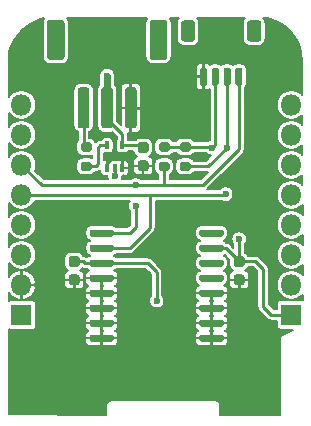
<source format=gbl>
%TF.GenerationSoftware,KiCad,Pcbnew,(5.1.7)-1*%
%TF.CreationDate,2021-01-11T01:01:30-05:00*%
%TF.ProjectId,d1_mini_clock,64315f6d-696e-4695-9f63-6c6f636b2e6b,rev?*%
%TF.SameCoordinates,Original*%
%TF.FileFunction,Copper,L2,Bot*%
%TF.FilePolarity,Positive*%
%FSLAX46Y46*%
G04 Gerber Fmt 4.6, Leading zero omitted, Abs format (unit mm)*
G04 Created by KiCad (PCBNEW (5.1.7)-1) date 2021-01-11 01:01:30*
%MOMM*%
%LPD*%
G01*
G04 APERTURE LIST*
%TA.AperFunction,ComponentPad*%
%ADD10R,1.800000X1.800000*%
%TD*%
%TA.AperFunction,ComponentPad*%
%ADD11O,1.800000X1.800000*%
%TD*%
%TA.AperFunction,SMDPad,CuDef*%
%ADD12R,0.400000X0.650000*%
%TD*%
%TA.AperFunction,ViaPad*%
%ADD13C,0.600000*%
%TD*%
%TA.AperFunction,Conductor*%
%ADD14C,0.250000*%
%TD*%
%TA.AperFunction,Conductor*%
%ADD15C,0.609600*%
%TD*%
%TA.AperFunction,Conductor*%
%ADD16C,0.203200*%
%TD*%
%TA.AperFunction,Conductor*%
%ADD17C,0.100000*%
%TD*%
G04 APERTURE END LIST*
%TO.P,J2,1*%
%TO.N,Net-(J2-Pad1)*%
%TA.AperFunction,SMDPad,CuDef*%
G36*
G01*
X132247000Y-87916000D02*
X132247000Y-84916000D01*
G75*
G02*
X132497000Y-84666000I250000J0D01*
G01*
X132997000Y-84666000D01*
G75*
G02*
X133247000Y-84916000I0J-250000D01*
G01*
X133247000Y-87916000D01*
G75*
G02*
X132997000Y-88166000I-250000J0D01*
G01*
X132497000Y-88166000D01*
G75*
G02*
X132247000Y-87916000I0J250000D01*
G01*
G37*
%TD.AperFunction*%
%TO.P,J2,2*%
%TO.N,VCC*%
%TA.AperFunction,SMDPad,CuDef*%
G36*
G01*
X134247000Y-87916000D02*
X134247000Y-84916000D01*
G75*
G02*
X134497000Y-84666000I250000J0D01*
G01*
X134997000Y-84666000D01*
G75*
G02*
X135247000Y-84916000I0J-250000D01*
G01*
X135247000Y-87916000D01*
G75*
G02*
X134997000Y-88166000I-250000J0D01*
G01*
X134497000Y-88166000D01*
G75*
G02*
X134247000Y-87916000I0J250000D01*
G01*
G37*
%TD.AperFunction*%
%TO.P,J2,3*%
%TO.N,GND*%
%TA.AperFunction,SMDPad,CuDef*%
G36*
G01*
X136247000Y-87916000D02*
X136247000Y-84916000D01*
G75*
G02*
X136497000Y-84666000I250000J0D01*
G01*
X136997000Y-84666000D01*
G75*
G02*
X137247000Y-84916000I0J-250000D01*
G01*
X137247000Y-87916000D01*
G75*
G02*
X136997000Y-88166000I-250000J0D01*
G01*
X136497000Y-88166000D01*
G75*
G02*
X136247000Y-87916000I0J250000D01*
G01*
G37*
%TD.AperFunction*%
%TO.P,J2,MP*%
%TO.N,N/C*%
%TA.AperFunction,SMDPad,CuDef*%
G36*
G01*
X129647000Y-82116000D02*
X129647000Y-79216000D01*
G75*
G02*
X129897000Y-78966000I250000J0D01*
G01*
X130897000Y-78966000D01*
G75*
G02*
X131147000Y-79216000I0J-250000D01*
G01*
X131147000Y-82116000D01*
G75*
G02*
X130897000Y-82366000I-250000J0D01*
G01*
X129897000Y-82366000D01*
G75*
G02*
X129647000Y-82116000I0J250000D01*
G01*
G37*
%TD.AperFunction*%
%TA.AperFunction,SMDPad,CuDef*%
G36*
G01*
X138347000Y-82116000D02*
X138347000Y-79216000D01*
G75*
G02*
X138597000Y-78966000I250000J0D01*
G01*
X139597000Y-78966000D01*
G75*
G02*
X139847000Y-79216000I0J-250000D01*
G01*
X139847000Y-82116000D01*
G75*
G02*
X139597000Y-82366000I-250000J0D01*
G01*
X138597000Y-82366000D01*
G75*
G02*
X138347000Y-82116000I0J250000D01*
G01*
G37*
%TD.AperFunction*%
%TD*%
D10*
%TO.P,P1,1*%
%TO.N,VCC*%
X127490000Y-103950000D03*
D11*
%TO.P,P1,2*%
%TO.N,GND*%
X127490000Y-101410000D03*
%TO.P,P1,3*%
%TO.N,/D4*%
X127490000Y-98870000D03*
%TO.P,P1,4*%
%TO.N,N/C*%
X127490000Y-96330000D03*
%TO.P,P1,5*%
%TO.N,/SDA*%
X127490000Y-93790000D03*
%TO.P,P1,6*%
%TO.N,/SCL*%
X127490000Y-91250000D03*
%TO.P,P1,7*%
%TO.N,N/C*%
X127490000Y-88710000D03*
%TO.P,P1,8*%
X127490000Y-86170000D03*
%TD*%
D10*
%TO.P,P2,1*%
%TO.N,/+3.3V*%
X150350000Y-103950000D03*
D11*
%TO.P,P2,2*%
%TO.N,N/C*%
X150350000Y-101410000D03*
%TO.P,P2,3*%
X150350000Y-98870000D03*
%TO.P,P2,4*%
X150350000Y-96330000D03*
%TO.P,P2,5*%
X150350000Y-93790000D03*
%TO.P,P2,6*%
X150350000Y-91250000D03*
%TO.P,P2,7*%
X150350000Y-88710000D03*
%TO.P,P2,8*%
X150350000Y-86170000D03*
%TD*%
%TO.P,C1,2*%
%TO.N,GND*%
%TA.AperFunction,SMDPad,CuDef*%
G36*
G01*
X145673000Y-100528000D02*
X146173000Y-100528000D01*
G75*
G02*
X146398000Y-100753000I0J-225000D01*
G01*
X146398000Y-101203000D01*
G75*
G02*
X146173000Y-101428000I-225000J0D01*
G01*
X145673000Y-101428000D01*
G75*
G02*
X145448000Y-101203000I0J225000D01*
G01*
X145448000Y-100753000D01*
G75*
G02*
X145673000Y-100528000I225000J0D01*
G01*
G37*
%TD.AperFunction*%
%TO.P,C1,1*%
%TO.N,/+3.3V*%
%TA.AperFunction,SMDPad,CuDef*%
G36*
G01*
X145673000Y-98978000D02*
X146173000Y-98978000D01*
G75*
G02*
X146398000Y-99203000I0J-225000D01*
G01*
X146398000Y-99653000D01*
G75*
G02*
X146173000Y-99878000I-225000J0D01*
G01*
X145673000Y-99878000D01*
G75*
G02*
X145448000Y-99653000I0J225000D01*
G01*
X145448000Y-99203000D01*
G75*
G02*
X145673000Y-98978000I225000J0D01*
G01*
G37*
%TD.AperFunction*%
%TD*%
%TO.P,C2,1*%
%TO.N,Net-(BT1-Pad1)*%
%TA.AperFunction,SMDPad,CuDef*%
G36*
G01*
X131703000Y-98978000D02*
X132203000Y-98978000D01*
G75*
G02*
X132428000Y-99203000I0J-225000D01*
G01*
X132428000Y-99653000D01*
G75*
G02*
X132203000Y-99878000I-225000J0D01*
G01*
X131703000Y-99878000D01*
G75*
G02*
X131478000Y-99653000I0J225000D01*
G01*
X131478000Y-99203000D01*
G75*
G02*
X131703000Y-98978000I225000J0D01*
G01*
G37*
%TD.AperFunction*%
%TO.P,C2,2*%
%TO.N,GND*%
%TA.AperFunction,SMDPad,CuDef*%
G36*
G01*
X131703000Y-100528000D02*
X132203000Y-100528000D01*
G75*
G02*
X132428000Y-100753000I0J-225000D01*
G01*
X132428000Y-101203000D01*
G75*
G02*
X132203000Y-101428000I-225000J0D01*
G01*
X131703000Y-101428000D01*
G75*
G02*
X131478000Y-101203000I0J225000D01*
G01*
X131478000Y-100753000D01*
G75*
G02*
X131703000Y-100528000I225000J0D01*
G01*
G37*
%TD.AperFunction*%
%TD*%
%TO.P,C3,1*%
%TO.N,VCC*%
%TA.AperFunction,SMDPad,CuDef*%
G36*
G01*
X137545000Y-89326000D02*
X138045000Y-89326000D01*
G75*
G02*
X138270000Y-89551000I0J-225000D01*
G01*
X138270000Y-90001000D01*
G75*
G02*
X138045000Y-90226000I-225000J0D01*
G01*
X137545000Y-90226000D01*
G75*
G02*
X137320000Y-90001000I0J225000D01*
G01*
X137320000Y-89551000D01*
G75*
G02*
X137545000Y-89326000I225000J0D01*
G01*
G37*
%TD.AperFunction*%
%TO.P,C3,2*%
%TO.N,GND*%
%TA.AperFunction,SMDPad,CuDef*%
G36*
G01*
X137545000Y-90876000D02*
X138045000Y-90876000D01*
G75*
G02*
X138270000Y-91101000I0J-225000D01*
G01*
X138270000Y-91551000D01*
G75*
G02*
X138045000Y-91776000I-225000J0D01*
G01*
X137545000Y-91776000D01*
G75*
G02*
X137320000Y-91551000I0J225000D01*
G01*
X137320000Y-91101000D01*
G75*
G02*
X137545000Y-90876000I225000J0D01*
G01*
G37*
%TD.AperFunction*%
%TD*%
%TO.P,J1,1*%
%TO.N,GND*%
%TA.AperFunction,SMDPad,CuDef*%
G36*
G01*
X142599000Y-84413000D02*
X142599000Y-83163000D01*
G75*
G02*
X142749000Y-83013000I150000J0D01*
G01*
X143049000Y-83013000D01*
G75*
G02*
X143199000Y-83163000I0J-150000D01*
G01*
X143199000Y-84413000D01*
G75*
G02*
X143049000Y-84563000I-150000J0D01*
G01*
X142749000Y-84563000D01*
G75*
G02*
X142599000Y-84413000I0J150000D01*
G01*
G37*
%TD.AperFunction*%
%TO.P,J1,2*%
%TO.N,/+3.3V*%
%TA.AperFunction,SMDPad,CuDef*%
G36*
G01*
X143599000Y-84413000D02*
X143599000Y-83163000D01*
G75*
G02*
X143749000Y-83013000I150000J0D01*
G01*
X144049000Y-83013000D01*
G75*
G02*
X144199000Y-83163000I0J-150000D01*
G01*
X144199000Y-84413000D01*
G75*
G02*
X144049000Y-84563000I-150000J0D01*
G01*
X143749000Y-84563000D01*
G75*
G02*
X143599000Y-84413000I0J150000D01*
G01*
G37*
%TD.AperFunction*%
%TO.P,J1,3*%
%TO.N,/SDA*%
%TA.AperFunction,SMDPad,CuDef*%
G36*
G01*
X144599000Y-84413000D02*
X144599000Y-83163000D01*
G75*
G02*
X144749000Y-83013000I150000J0D01*
G01*
X145049000Y-83013000D01*
G75*
G02*
X145199000Y-83163000I0J-150000D01*
G01*
X145199000Y-84413000D01*
G75*
G02*
X145049000Y-84563000I-150000J0D01*
G01*
X144749000Y-84563000D01*
G75*
G02*
X144599000Y-84413000I0J150000D01*
G01*
G37*
%TD.AperFunction*%
%TO.P,J1,4*%
%TO.N,/SCL*%
%TA.AperFunction,SMDPad,CuDef*%
G36*
G01*
X145599000Y-84413000D02*
X145599000Y-83163000D01*
G75*
G02*
X145749000Y-83013000I150000J0D01*
G01*
X146049000Y-83013000D01*
G75*
G02*
X146199000Y-83163000I0J-150000D01*
G01*
X146199000Y-84413000D01*
G75*
G02*
X146049000Y-84563000I-150000J0D01*
G01*
X145749000Y-84563000D01*
G75*
G02*
X145599000Y-84413000I0J150000D01*
G01*
G37*
%TD.AperFunction*%
%TO.P,J1,MP*%
%TO.N,N/C*%
%TA.AperFunction,SMDPad,CuDef*%
G36*
G01*
X140999000Y-80563001D02*
X140999000Y-79262999D01*
G75*
G02*
X141248999Y-79013000I249999J0D01*
G01*
X141949001Y-79013000D01*
G75*
G02*
X142199000Y-79262999I0J-249999D01*
G01*
X142199000Y-80563001D01*
G75*
G02*
X141949001Y-80813000I-249999J0D01*
G01*
X141248999Y-80813000D01*
G75*
G02*
X140999000Y-80563001I0J249999D01*
G01*
G37*
%TD.AperFunction*%
%TA.AperFunction,SMDPad,CuDef*%
G36*
G01*
X146599000Y-80563001D02*
X146599000Y-79262999D01*
G75*
G02*
X146848999Y-79013000I249999J0D01*
G01*
X147549001Y-79013000D01*
G75*
G02*
X147799000Y-79262999I0J-249999D01*
G01*
X147799000Y-80563001D01*
G75*
G02*
X147549001Y-80813000I-249999J0D01*
G01*
X146848999Y-80813000D01*
G75*
G02*
X146599000Y-80563001I0J249999D01*
G01*
G37*
%TD.AperFunction*%
%TD*%
%TO.P,U1,1*%
%TO.N,N/C*%
%TA.AperFunction,SMDPad,CuDef*%
G36*
G01*
X144613000Y-96878000D02*
X144613000Y-97178000D01*
G75*
G02*
X144463000Y-97328000I-150000J0D01*
G01*
X142713000Y-97328000D01*
G75*
G02*
X142563000Y-97178000I0J150000D01*
G01*
X142563000Y-96878000D01*
G75*
G02*
X142713000Y-96728000I150000J0D01*
G01*
X144463000Y-96728000D01*
G75*
G02*
X144613000Y-96878000I0J-150000D01*
G01*
G37*
%TD.AperFunction*%
%TO.P,U1,2*%
%TO.N,/+3.3V*%
%TA.AperFunction,SMDPad,CuDef*%
G36*
G01*
X144613000Y-98148000D02*
X144613000Y-98448000D01*
G75*
G02*
X144463000Y-98598000I-150000J0D01*
G01*
X142713000Y-98598000D01*
G75*
G02*
X142563000Y-98448000I0J150000D01*
G01*
X142563000Y-98148000D01*
G75*
G02*
X142713000Y-97998000I150000J0D01*
G01*
X144463000Y-97998000D01*
G75*
G02*
X144613000Y-98148000I0J-150000D01*
G01*
G37*
%TD.AperFunction*%
%TO.P,U1,3*%
%TO.N,N/C*%
%TA.AperFunction,SMDPad,CuDef*%
G36*
G01*
X144613000Y-99418000D02*
X144613000Y-99718000D01*
G75*
G02*
X144463000Y-99868000I-150000J0D01*
G01*
X142713000Y-99868000D01*
G75*
G02*
X142563000Y-99718000I0J150000D01*
G01*
X142563000Y-99418000D01*
G75*
G02*
X142713000Y-99268000I150000J0D01*
G01*
X144463000Y-99268000D01*
G75*
G02*
X144613000Y-99418000I0J-150000D01*
G01*
G37*
%TD.AperFunction*%
%TO.P,U1,4*%
%TA.AperFunction,SMDPad,CuDef*%
G36*
G01*
X144613000Y-100688000D02*
X144613000Y-100988000D01*
G75*
G02*
X144463000Y-101138000I-150000J0D01*
G01*
X142713000Y-101138000D01*
G75*
G02*
X142563000Y-100988000I0J150000D01*
G01*
X142563000Y-100688000D01*
G75*
G02*
X142713000Y-100538000I150000J0D01*
G01*
X144463000Y-100538000D01*
G75*
G02*
X144613000Y-100688000I0J-150000D01*
G01*
G37*
%TD.AperFunction*%
%TO.P,U1,5*%
%TO.N,GND*%
%TA.AperFunction,SMDPad,CuDef*%
G36*
G01*
X144613000Y-101958000D02*
X144613000Y-102258000D01*
G75*
G02*
X144463000Y-102408000I-150000J0D01*
G01*
X142713000Y-102408000D01*
G75*
G02*
X142563000Y-102258000I0J150000D01*
G01*
X142563000Y-101958000D01*
G75*
G02*
X142713000Y-101808000I150000J0D01*
G01*
X144463000Y-101808000D01*
G75*
G02*
X144613000Y-101958000I0J-150000D01*
G01*
G37*
%TD.AperFunction*%
%TO.P,U1,6*%
%TA.AperFunction,SMDPad,CuDef*%
G36*
G01*
X144613000Y-103228000D02*
X144613000Y-103528000D01*
G75*
G02*
X144463000Y-103678000I-150000J0D01*
G01*
X142713000Y-103678000D01*
G75*
G02*
X142563000Y-103528000I0J150000D01*
G01*
X142563000Y-103228000D01*
G75*
G02*
X142713000Y-103078000I150000J0D01*
G01*
X144463000Y-103078000D01*
G75*
G02*
X144613000Y-103228000I0J-150000D01*
G01*
G37*
%TD.AperFunction*%
%TO.P,U1,7*%
%TA.AperFunction,SMDPad,CuDef*%
G36*
G01*
X144613000Y-104498000D02*
X144613000Y-104798000D01*
G75*
G02*
X144463000Y-104948000I-150000J0D01*
G01*
X142713000Y-104948000D01*
G75*
G02*
X142563000Y-104798000I0J150000D01*
G01*
X142563000Y-104498000D01*
G75*
G02*
X142713000Y-104348000I150000J0D01*
G01*
X144463000Y-104348000D01*
G75*
G02*
X144613000Y-104498000I0J-150000D01*
G01*
G37*
%TD.AperFunction*%
%TO.P,U1,8*%
%TA.AperFunction,SMDPad,CuDef*%
G36*
G01*
X144613000Y-105768000D02*
X144613000Y-106068000D01*
G75*
G02*
X144463000Y-106218000I-150000J0D01*
G01*
X142713000Y-106218000D01*
G75*
G02*
X142563000Y-106068000I0J150000D01*
G01*
X142563000Y-105768000D01*
G75*
G02*
X142713000Y-105618000I150000J0D01*
G01*
X144463000Y-105618000D01*
G75*
G02*
X144613000Y-105768000I0J-150000D01*
G01*
G37*
%TD.AperFunction*%
%TO.P,U1,9*%
%TA.AperFunction,SMDPad,CuDef*%
G36*
G01*
X135313000Y-105768000D02*
X135313000Y-106068000D01*
G75*
G02*
X135163000Y-106218000I-150000J0D01*
G01*
X133413000Y-106218000D01*
G75*
G02*
X133263000Y-106068000I0J150000D01*
G01*
X133263000Y-105768000D01*
G75*
G02*
X133413000Y-105618000I150000J0D01*
G01*
X135163000Y-105618000D01*
G75*
G02*
X135313000Y-105768000I0J-150000D01*
G01*
G37*
%TD.AperFunction*%
%TO.P,U1,10*%
%TA.AperFunction,SMDPad,CuDef*%
G36*
G01*
X135313000Y-104498000D02*
X135313000Y-104798000D01*
G75*
G02*
X135163000Y-104948000I-150000J0D01*
G01*
X133413000Y-104948000D01*
G75*
G02*
X133263000Y-104798000I0J150000D01*
G01*
X133263000Y-104498000D01*
G75*
G02*
X133413000Y-104348000I150000J0D01*
G01*
X135163000Y-104348000D01*
G75*
G02*
X135313000Y-104498000I0J-150000D01*
G01*
G37*
%TD.AperFunction*%
%TO.P,U1,11*%
%TA.AperFunction,SMDPad,CuDef*%
G36*
G01*
X135313000Y-103228000D02*
X135313000Y-103528000D01*
G75*
G02*
X135163000Y-103678000I-150000J0D01*
G01*
X133413000Y-103678000D01*
G75*
G02*
X133263000Y-103528000I0J150000D01*
G01*
X133263000Y-103228000D01*
G75*
G02*
X133413000Y-103078000I150000J0D01*
G01*
X135163000Y-103078000D01*
G75*
G02*
X135313000Y-103228000I0J-150000D01*
G01*
G37*
%TD.AperFunction*%
%TO.P,U1,12*%
%TA.AperFunction,SMDPad,CuDef*%
G36*
G01*
X135313000Y-101958000D02*
X135313000Y-102258000D01*
G75*
G02*
X135163000Y-102408000I-150000J0D01*
G01*
X133413000Y-102408000D01*
G75*
G02*
X133263000Y-102258000I0J150000D01*
G01*
X133263000Y-101958000D01*
G75*
G02*
X133413000Y-101808000I150000J0D01*
G01*
X135163000Y-101808000D01*
G75*
G02*
X135313000Y-101958000I0J-150000D01*
G01*
G37*
%TD.AperFunction*%
%TO.P,U1,13*%
%TA.AperFunction,SMDPad,CuDef*%
G36*
G01*
X135313000Y-100688000D02*
X135313000Y-100988000D01*
G75*
G02*
X135163000Y-101138000I-150000J0D01*
G01*
X133413000Y-101138000D01*
G75*
G02*
X133263000Y-100988000I0J150000D01*
G01*
X133263000Y-100688000D01*
G75*
G02*
X133413000Y-100538000I150000J0D01*
G01*
X135163000Y-100538000D01*
G75*
G02*
X135313000Y-100688000I0J-150000D01*
G01*
G37*
%TD.AperFunction*%
%TO.P,U1,14*%
%TO.N,Net-(BT1-Pad1)*%
%TA.AperFunction,SMDPad,CuDef*%
G36*
G01*
X135313000Y-99418000D02*
X135313000Y-99718000D01*
G75*
G02*
X135163000Y-99868000I-150000J0D01*
G01*
X133413000Y-99868000D01*
G75*
G02*
X133263000Y-99718000I0J150000D01*
G01*
X133263000Y-99418000D01*
G75*
G02*
X133413000Y-99268000I150000J0D01*
G01*
X135163000Y-99268000D01*
G75*
G02*
X135313000Y-99418000I0J-150000D01*
G01*
G37*
%TD.AperFunction*%
%TO.P,U1,15*%
%TO.N,/SDA*%
%TA.AperFunction,SMDPad,CuDef*%
G36*
G01*
X135313000Y-98148000D02*
X135313000Y-98448000D01*
G75*
G02*
X135163000Y-98598000I-150000J0D01*
G01*
X133413000Y-98598000D01*
G75*
G02*
X133263000Y-98448000I0J150000D01*
G01*
X133263000Y-98148000D01*
G75*
G02*
X133413000Y-97998000I150000J0D01*
G01*
X135163000Y-97998000D01*
G75*
G02*
X135313000Y-98148000I0J-150000D01*
G01*
G37*
%TD.AperFunction*%
%TO.P,U1,16*%
%TO.N,/SCL*%
%TA.AperFunction,SMDPad,CuDef*%
G36*
G01*
X135313000Y-96878000D02*
X135313000Y-97178000D01*
G75*
G02*
X135163000Y-97328000I-150000J0D01*
G01*
X133413000Y-97328000D01*
G75*
G02*
X133263000Y-97178000I0J150000D01*
G01*
X133263000Y-96878000D01*
G75*
G02*
X133413000Y-96728000I150000J0D01*
G01*
X135163000Y-96728000D01*
G75*
G02*
X135313000Y-96878000I0J-150000D01*
G01*
G37*
%TD.AperFunction*%
%TD*%
D12*
%TO.P,U2,1*%
%TO.N,GND*%
X136032000Y-91501000D03*
%TO.P,U2,3*%
X134732000Y-91501000D03*
%TO.P,U2,2*%
%TO.N,/D4*%
X135382000Y-91501000D03*
%TO.P,U2,4*%
%TO.N,Net-(R1-Pad2)*%
X134732000Y-89601000D03*
%TO.P,U2,5*%
%TO.N,VCC*%
X136032000Y-89601000D03*
%TD*%
%TO.P,R1,1*%
%TO.N,Net-(J2-Pad1)*%
%TA.AperFunction,SMDPad,CuDef*%
G36*
G01*
X132694000Y-89326000D02*
X133244000Y-89326000D01*
G75*
G02*
X133444000Y-89526000I0J-200000D01*
G01*
X133444000Y-89926000D01*
G75*
G02*
X133244000Y-90126000I-200000J0D01*
G01*
X132694000Y-90126000D01*
G75*
G02*
X132494000Y-89926000I0J200000D01*
G01*
X132494000Y-89526000D01*
G75*
G02*
X132694000Y-89326000I200000J0D01*
G01*
G37*
%TD.AperFunction*%
%TO.P,R1,2*%
%TO.N,Net-(R1-Pad2)*%
%TA.AperFunction,SMDPad,CuDef*%
G36*
G01*
X132694000Y-90976000D02*
X133244000Y-90976000D01*
G75*
G02*
X133444000Y-91176000I0J-200000D01*
G01*
X133444000Y-91576000D01*
G75*
G02*
X133244000Y-91776000I-200000J0D01*
G01*
X132694000Y-91776000D01*
G75*
G02*
X132494000Y-91576000I0J200000D01*
G01*
X132494000Y-91176000D01*
G75*
G02*
X132694000Y-90976000I200000J0D01*
G01*
G37*
%TD.AperFunction*%
%TD*%
%TO.P,R2,2*%
%TO.N,/+3.3V*%
%TA.AperFunction,SMDPad,CuDef*%
G36*
G01*
X141626000Y-90126000D02*
X141076000Y-90126000D01*
G75*
G02*
X140876000Y-89926000I0J200000D01*
G01*
X140876000Y-89526000D01*
G75*
G02*
X141076000Y-89326000I200000J0D01*
G01*
X141626000Y-89326000D01*
G75*
G02*
X141826000Y-89526000I0J-200000D01*
G01*
X141826000Y-89926000D01*
G75*
G02*
X141626000Y-90126000I-200000J0D01*
G01*
G37*
%TD.AperFunction*%
%TO.P,R2,1*%
%TO.N,/SDA*%
%TA.AperFunction,SMDPad,CuDef*%
G36*
G01*
X141626000Y-91776000D02*
X141076000Y-91776000D01*
G75*
G02*
X140876000Y-91576000I0J200000D01*
G01*
X140876000Y-91176000D01*
G75*
G02*
X141076000Y-90976000I200000J0D01*
G01*
X141626000Y-90976000D01*
G75*
G02*
X141826000Y-91176000I0J-200000D01*
G01*
X141826000Y-91576000D01*
G75*
G02*
X141626000Y-91776000I-200000J0D01*
G01*
G37*
%TD.AperFunction*%
%TD*%
%TO.P,R3,1*%
%TO.N,/SCL*%
%TA.AperFunction,SMDPad,CuDef*%
G36*
G01*
X139848000Y-91776000D02*
X139298000Y-91776000D01*
G75*
G02*
X139098000Y-91576000I0J200000D01*
G01*
X139098000Y-91176000D01*
G75*
G02*
X139298000Y-90976000I200000J0D01*
G01*
X139848000Y-90976000D01*
G75*
G02*
X140048000Y-91176000I0J-200000D01*
G01*
X140048000Y-91576000D01*
G75*
G02*
X139848000Y-91776000I-200000J0D01*
G01*
G37*
%TD.AperFunction*%
%TO.P,R3,2*%
%TO.N,/+3.3V*%
%TA.AperFunction,SMDPad,CuDef*%
G36*
G01*
X139848000Y-90126000D02*
X139298000Y-90126000D01*
G75*
G02*
X139098000Y-89926000I0J200000D01*
G01*
X139098000Y-89526000D01*
G75*
G02*
X139298000Y-89326000I200000J0D01*
G01*
X139848000Y-89326000D01*
G75*
G02*
X140048000Y-89526000I0J-200000D01*
G01*
X140048000Y-89926000D01*
G75*
G02*
X139848000Y-90126000I-200000J0D01*
G01*
G37*
%TD.AperFunction*%
%TD*%
D13*
%TO.N,/D4*%
X135382000Y-92202004D03*
%TO.N,/+3.3V*%
X143637000Y-89789000D03*
X145923000Y-97536000D03*
%TO.N,GND*%
X138938000Y-82931000D03*
X135382000Y-90424000D03*
X138049000Y-86360000D03*
X142875000Y-85344000D03*
X131953000Y-102108000D03*
X145923000Y-102108000D03*
%TO.N,Net-(BT1-Pad1)*%
X138938000Y-102743000D03*
%TO.N,VCC*%
X134747000Y-83693000D03*
%TO.N,/SDA*%
X144780000Y-93726000D03*
X144907000Y-89789000D03*
%TO.N,/SCL*%
X137160000Y-94742000D03*
X137160000Y-92963996D03*
%TD*%
D14*
%TO.N,/D4*%
X135382000Y-91501000D02*
X135382000Y-92202004D01*
%TO.N,/+3.3V*%
X144793000Y-98298000D02*
X145923000Y-99428000D01*
X143588000Y-98298000D02*
X144793000Y-98298000D01*
X145923000Y-99428000D02*
X147307000Y-99428000D01*
X147307000Y-99428000D02*
X147955000Y-100076000D01*
X147955000Y-100076000D02*
X147955000Y-103251000D01*
X148654000Y-103950000D02*
X150350000Y-103950000D01*
X147955000Y-103251000D02*
X148654000Y-103950000D01*
X143899000Y-89527000D02*
X143637000Y-89789000D01*
X143899000Y-83788000D02*
X143899000Y-89527000D01*
X145923000Y-97536000D02*
X145923000Y-99428000D01*
X139573000Y-89726000D02*
X141351000Y-89726000D01*
X143574000Y-89726000D02*
X143637000Y-89789000D01*
X141351000Y-89726000D02*
X143574000Y-89726000D01*
%TO.N,GND*%
X134732000Y-91074000D02*
X135382000Y-90424000D01*
X134732000Y-91501000D02*
X134732000Y-91074000D01*
X137993000Y-86416000D02*
X138049000Y-86360000D01*
X136747000Y-86416000D02*
X137993000Y-86416000D01*
X142899000Y-85320000D02*
X142875000Y-85344000D01*
X142899000Y-83788000D02*
X142899000Y-85320000D01*
X131953000Y-100978000D02*
X131953000Y-102108000D01*
X145923000Y-100978000D02*
X145923000Y-102108000D01*
%TO.N,Net-(BT1-Pad1)*%
X131953000Y-99428000D02*
X132702000Y-99428000D01*
X132842000Y-99568000D02*
X134288000Y-99568000D01*
X132702000Y-99428000D02*
X132842000Y-99568000D01*
X134288000Y-99568000D02*
X138176000Y-99568000D01*
X138176000Y-99568000D02*
X138938000Y-100330000D01*
X138938000Y-100330000D02*
X138938000Y-102743000D01*
%TO.N,VCC*%
X137620000Y-89601000D02*
X137795000Y-89776000D01*
X136032000Y-89601000D02*
X136032000Y-88661000D01*
X134747000Y-87376000D02*
X134747000Y-86416000D01*
X136032000Y-88661000D02*
X134747000Y-87376000D01*
X136840000Y-89601000D02*
X137620000Y-89601000D01*
X136032000Y-89601000D02*
X136840000Y-89601000D01*
D15*
X134747000Y-83693000D02*
X134747000Y-86416000D01*
D14*
%TO.N,/SDA*%
X144716000Y-93790000D02*
X144780000Y-93726000D01*
X144899000Y-84828000D02*
X144899000Y-83788000D01*
X144907000Y-84836000D02*
X144899000Y-84828000D01*
X144907000Y-89789000D02*
X144907000Y-84836000D01*
X134288000Y-98298000D02*
X136652000Y-98298000D01*
X138367000Y-96583000D02*
X138367000Y-93790000D01*
X136652000Y-98298000D02*
X138367000Y-96583000D01*
X138367000Y-93790000D02*
X144716000Y-93790000D01*
X127490000Y-93790000D02*
X134646585Y-93790000D01*
X134646585Y-93790000D02*
X136716000Y-93790000D01*
X136716000Y-93790000D02*
X138367000Y-93790000D01*
X136371415Y-93790000D02*
X136716000Y-93790000D01*
X143320000Y-91376000D02*
X144907000Y-89789000D01*
X141351000Y-91376000D02*
X143320000Y-91376000D01*
%TO.N,/SCL*%
X134288000Y-97028000D02*
X136652000Y-97028000D01*
X136652000Y-97028000D02*
X137160000Y-96520000D01*
X137160000Y-96520000D02*
X137160000Y-94742000D01*
X145899000Y-83788000D02*
X145899000Y-89940000D01*
X145899000Y-89940000D02*
X142875004Y-92963996D01*
X136561008Y-92963996D02*
X137160000Y-92963996D01*
X136561004Y-92964000D02*
X136561008Y-92963996D01*
X129204000Y-92964000D02*
X136561004Y-92964000D01*
X127490000Y-91250000D02*
X129204000Y-92964000D01*
X139573000Y-92963992D02*
X139572996Y-92963996D01*
X139572996Y-92963996D02*
X137160000Y-92963996D01*
X139573000Y-91376000D02*
X139573000Y-92963992D01*
X142875004Y-92963996D02*
X139572996Y-92963996D01*
%TO.N,Net-(J2-Pad1)*%
X132747000Y-89504000D02*
X132969000Y-89726000D01*
X132747000Y-86416000D02*
X132747000Y-89504000D01*
%TO.N,Net-(R1-Pad2)*%
X134747000Y-89586000D02*
X134732000Y-89601000D01*
X132969000Y-91376000D02*
X133795000Y-91376000D01*
X133795000Y-91376000D02*
X133985000Y-91186000D01*
X133985000Y-91186000D02*
X133985000Y-89789000D01*
X134173000Y-89601000D02*
X134732000Y-89601000D01*
X133985000Y-89789000D02*
X134173000Y-89601000D01*
%TD*%
D16*
%TO.N,GND*%
X148819535Y-79005282D02*
X149369293Y-79271177D01*
X149865944Y-79590607D01*
X150300623Y-79975126D01*
X150667298Y-80439535D01*
X150959756Y-81003730D01*
X151167545Y-81690753D01*
X151275508Y-82524570D01*
X151278603Y-85322917D01*
X151150398Y-85194712D01*
X150944749Y-85057302D01*
X150716245Y-84962652D01*
X150473666Y-84914400D01*
X150226334Y-84914400D01*
X149983755Y-84962652D01*
X149755251Y-85057302D01*
X149549602Y-85194712D01*
X149374712Y-85369602D01*
X149237302Y-85575251D01*
X149142652Y-85803755D01*
X149094400Y-86046334D01*
X149094400Y-86293666D01*
X149142652Y-86536245D01*
X149237302Y-86764749D01*
X149374712Y-86970398D01*
X149549602Y-87145288D01*
X149755251Y-87282698D01*
X149983755Y-87377348D01*
X150226334Y-87425600D01*
X150473666Y-87425600D01*
X150716245Y-87377348D01*
X150944749Y-87282698D01*
X151150398Y-87145288D01*
X151280475Y-87015211D01*
X151281416Y-87865730D01*
X151150398Y-87734712D01*
X150944749Y-87597302D01*
X150716245Y-87502652D01*
X150473666Y-87454400D01*
X150226334Y-87454400D01*
X149983755Y-87502652D01*
X149755251Y-87597302D01*
X149549602Y-87734712D01*
X149374712Y-87909602D01*
X149237302Y-88115251D01*
X149142652Y-88343755D01*
X149094400Y-88586334D01*
X149094400Y-88833666D01*
X149142652Y-89076245D01*
X149237302Y-89304749D01*
X149374712Y-89510398D01*
X149549602Y-89685288D01*
X149755251Y-89822698D01*
X149983755Y-89917348D01*
X150226334Y-89965600D01*
X150473666Y-89965600D01*
X150716245Y-89917348D01*
X150944749Y-89822698D01*
X151150398Y-89685288D01*
X151283281Y-89552405D01*
X151284228Y-90408542D01*
X151150398Y-90274712D01*
X150944749Y-90137302D01*
X150716245Y-90042652D01*
X150473666Y-89994400D01*
X150226334Y-89994400D01*
X149983755Y-90042652D01*
X149755251Y-90137302D01*
X149549602Y-90274712D01*
X149374712Y-90449602D01*
X149237302Y-90655251D01*
X149142652Y-90883755D01*
X149094400Y-91126334D01*
X149094400Y-91373666D01*
X149142652Y-91616245D01*
X149237302Y-91844749D01*
X149374712Y-92050398D01*
X149549602Y-92225288D01*
X149755251Y-92362698D01*
X149983755Y-92457348D01*
X150226334Y-92505600D01*
X150473666Y-92505600D01*
X150716245Y-92457348D01*
X150944749Y-92362698D01*
X151150398Y-92225288D01*
X151286087Y-92089599D01*
X151287041Y-92951355D01*
X151150398Y-92814712D01*
X150944749Y-92677302D01*
X150716245Y-92582652D01*
X150473666Y-92534400D01*
X150226334Y-92534400D01*
X149983755Y-92582652D01*
X149755251Y-92677302D01*
X149549602Y-92814712D01*
X149374712Y-92989602D01*
X149237302Y-93195251D01*
X149142652Y-93423755D01*
X149094400Y-93666334D01*
X149094400Y-93913666D01*
X149142652Y-94156245D01*
X149237302Y-94384749D01*
X149374712Y-94590398D01*
X149549602Y-94765288D01*
X149755251Y-94902698D01*
X149983755Y-94997348D01*
X150226334Y-95045600D01*
X150473666Y-95045600D01*
X150716245Y-94997348D01*
X150944749Y-94902698D01*
X151150398Y-94765288D01*
X151288894Y-94626792D01*
X151289853Y-95494167D01*
X151150398Y-95354712D01*
X150944749Y-95217302D01*
X150716245Y-95122652D01*
X150473666Y-95074400D01*
X150226334Y-95074400D01*
X149983755Y-95122652D01*
X149755251Y-95217302D01*
X149549602Y-95354712D01*
X149374712Y-95529602D01*
X149237302Y-95735251D01*
X149142652Y-95963755D01*
X149094400Y-96206334D01*
X149094400Y-96453666D01*
X149142652Y-96696245D01*
X149237302Y-96924749D01*
X149374712Y-97130398D01*
X149549602Y-97305288D01*
X149755251Y-97442698D01*
X149983755Y-97537348D01*
X150226334Y-97585600D01*
X150473666Y-97585600D01*
X150716245Y-97537348D01*
X150944749Y-97442698D01*
X151150398Y-97305288D01*
X151291700Y-97163986D01*
X151292666Y-98036980D01*
X151150398Y-97894712D01*
X150944749Y-97757302D01*
X150716245Y-97662652D01*
X150473666Y-97614400D01*
X150226334Y-97614400D01*
X149983755Y-97662652D01*
X149755251Y-97757302D01*
X149549602Y-97894712D01*
X149374712Y-98069602D01*
X149237302Y-98275251D01*
X149142652Y-98503755D01*
X149094400Y-98746334D01*
X149094400Y-98993666D01*
X149142652Y-99236245D01*
X149237302Y-99464749D01*
X149374712Y-99670398D01*
X149549602Y-99845288D01*
X149755251Y-99982698D01*
X149983755Y-100077348D01*
X150226334Y-100125600D01*
X150473666Y-100125600D01*
X150716245Y-100077348D01*
X150944749Y-99982698D01*
X151150398Y-99845288D01*
X151294507Y-99701179D01*
X151295478Y-100579792D01*
X151150398Y-100434712D01*
X150944749Y-100297302D01*
X150716245Y-100202652D01*
X150473666Y-100154400D01*
X150226334Y-100154400D01*
X149983755Y-100202652D01*
X149755251Y-100297302D01*
X149549602Y-100434712D01*
X149374712Y-100609602D01*
X149237302Y-100815251D01*
X149142652Y-101043755D01*
X149094400Y-101286334D01*
X149094400Y-101533666D01*
X149142652Y-101776245D01*
X149237302Y-102004749D01*
X149374712Y-102210398D01*
X149549602Y-102385288D01*
X149755251Y-102522698D01*
X149983755Y-102617348D01*
X150226334Y-102665600D01*
X150473666Y-102665600D01*
X150716245Y-102617348D01*
X150944749Y-102522698D01*
X151150398Y-102385288D01*
X151297313Y-102238373D01*
X151297821Y-102697390D01*
X151250000Y-102692680D01*
X149450000Y-102692680D01*
X149380290Y-102699546D01*
X149313260Y-102719879D01*
X149251484Y-102752899D01*
X149197337Y-102797337D01*
X149152899Y-102851484D01*
X149119879Y-102913260D01*
X149099546Y-102980290D01*
X149092680Y-103050000D01*
X149092680Y-103469400D01*
X148853071Y-103469400D01*
X148435600Y-103051930D01*
X148435600Y-100099603D01*
X148437925Y-100075999D01*
X148435226Y-100048600D01*
X148428646Y-99981786D01*
X148401165Y-99891193D01*
X148376628Y-99845288D01*
X148356537Y-99807700D01*
X148325170Y-99769480D01*
X148296480Y-99734520D01*
X148278140Y-99719469D01*
X147663535Y-99104865D01*
X147648480Y-99086520D01*
X147575299Y-99026463D01*
X147491807Y-98981835D01*
X147401214Y-98954354D01*
X147330607Y-98947400D01*
X147330604Y-98947400D01*
X147307000Y-98945075D01*
X147283396Y-98947400D01*
X146693485Y-98947400D01*
X146657181Y-98879480D01*
X146584762Y-98791238D01*
X146496520Y-98718819D01*
X146403600Y-98669152D01*
X146403600Y-97982559D01*
X146432238Y-97953921D01*
X146503985Y-97846543D01*
X146553405Y-97727231D01*
X146578600Y-97600571D01*
X146578600Y-97471429D01*
X146553405Y-97344769D01*
X146503985Y-97225457D01*
X146432238Y-97118079D01*
X146340921Y-97026762D01*
X146233543Y-96955015D01*
X146114231Y-96905595D01*
X145987571Y-96880400D01*
X145858429Y-96880400D01*
X145731769Y-96905595D01*
X145612457Y-96955015D01*
X145505079Y-97026762D01*
X145413762Y-97118079D01*
X145342015Y-97225457D01*
X145292595Y-97344769D01*
X145267400Y-97471429D01*
X145267400Y-97600571D01*
X145292595Y-97727231D01*
X145342015Y-97846543D01*
X145413762Y-97953921D01*
X145442400Y-97982559D01*
X145442400Y-98267730D01*
X145149535Y-97974865D01*
X145134480Y-97956520D01*
X145061299Y-97896463D01*
X144977807Y-97851835D01*
X144887214Y-97824354D01*
X144847295Y-97820422D01*
X144821729Y-97789271D01*
X144744852Y-97726179D01*
X144657143Y-97679297D01*
X144603418Y-97663000D01*
X144657143Y-97646703D01*
X144744852Y-97599821D01*
X144821729Y-97536729D01*
X144884821Y-97459852D01*
X144931703Y-97372143D01*
X144960572Y-97276973D01*
X144970320Y-97178000D01*
X144970320Y-96878000D01*
X144960572Y-96779027D01*
X144931703Y-96683857D01*
X144884821Y-96596148D01*
X144821729Y-96519271D01*
X144744852Y-96456179D01*
X144657143Y-96409297D01*
X144561973Y-96380428D01*
X144463000Y-96370680D01*
X142713000Y-96370680D01*
X142614027Y-96380428D01*
X142518857Y-96409297D01*
X142431148Y-96456179D01*
X142354271Y-96519271D01*
X142291179Y-96596148D01*
X142244297Y-96683857D01*
X142215428Y-96779027D01*
X142205680Y-96878000D01*
X142205680Y-97178000D01*
X142215428Y-97276973D01*
X142244297Y-97372143D01*
X142291179Y-97459852D01*
X142354271Y-97536729D01*
X142431148Y-97599821D01*
X142518857Y-97646703D01*
X142572582Y-97663000D01*
X142518857Y-97679297D01*
X142431148Y-97726179D01*
X142354271Y-97789271D01*
X142291179Y-97866148D01*
X142244297Y-97953857D01*
X142215428Y-98049027D01*
X142205680Y-98148000D01*
X142205680Y-98448000D01*
X142215428Y-98546973D01*
X142244297Y-98642143D01*
X142291179Y-98729852D01*
X142354271Y-98806729D01*
X142431148Y-98869821D01*
X142518857Y-98916703D01*
X142572582Y-98933000D01*
X142518857Y-98949297D01*
X142431148Y-98996179D01*
X142354271Y-99059271D01*
X142291179Y-99136148D01*
X142244297Y-99223857D01*
X142215428Y-99319027D01*
X142205680Y-99418000D01*
X142205680Y-99718000D01*
X142215428Y-99816973D01*
X142244297Y-99912143D01*
X142291179Y-99999852D01*
X142354271Y-100076729D01*
X142431148Y-100139821D01*
X142518857Y-100186703D01*
X142572582Y-100203000D01*
X142518857Y-100219297D01*
X142431148Y-100266179D01*
X142354271Y-100329271D01*
X142291179Y-100406148D01*
X142244297Y-100493857D01*
X142215428Y-100589027D01*
X142205680Y-100688000D01*
X142205680Y-100988000D01*
X142215428Y-101086973D01*
X142244297Y-101182143D01*
X142291179Y-101269852D01*
X142354271Y-101346729D01*
X142431148Y-101409821D01*
X142516209Y-101455288D01*
X142493290Y-101457545D01*
X142426259Y-101477878D01*
X142364483Y-101510898D01*
X142310336Y-101555336D01*
X142265898Y-101609483D01*
X142232878Y-101671259D01*
X142212545Y-101738290D01*
X142205679Y-101808000D01*
X142207400Y-101993700D01*
X142296300Y-102082600D01*
X143562600Y-102082600D01*
X143562600Y-102062600D01*
X143613400Y-102062600D01*
X143613400Y-102082600D01*
X144879700Y-102082600D01*
X144968600Y-101993700D01*
X144970321Y-101808000D01*
X144963455Y-101738290D01*
X144943122Y-101671259D01*
X144910102Y-101609483D01*
X144865664Y-101555336D01*
X144811517Y-101510898D01*
X144749741Y-101477878D01*
X144682710Y-101457545D01*
X144659791Y-101455288D01*
X144710842Y-101428000D01*
X145090679Y-101428000D01*
X145097545Y-101497710D01*
X145117878Y-101564741D01*
X145150898Y-101626517D01*
X145195336Y-101680664D01*
X145249483Y-101725102D01*
X145311259Y-101758122D01*
X145378290Y-101778455D01*
X145448000Y-101785321D01*
X145808700Y-101783600D01*
X145897600Y-101694700D01*
X145897600Y-101003400D01*
X145948400Y-101003400D01*
X145948400Y-101694700D01*
X146037300Y-101783600D01*
X146398000Y-101785321D01*
X146467710Y-101778455D01*
X146534741Y-101758122D01*
X146596517Y-101725102D01*
X146650664Y-101680664D01*
X146695102Y-101626517D01*
X146728122Y-101564741D01*
X146748455Y-101497710D01*
X146755321Y-101428000D01*
X146753600Y-101092300D01*
X146664700Y-101003400D01*
X145948400Y-101003400D01*
X145897600Y-101003400D01*
X145181300Y-101003400D01*
X145092400Y-101092300D01*
X145090679Y-101428000D01*
X144710842Y-101428000D01*
X144744852Y-101409821D01*
X144821729Y-101346729D01*
X144884821Y-101269852D01*
X144931703Y-101182143D01*
X144960572Y-101086973D01*
X144970320Y-100988000D01*
X144970320Y-100688000D01*
X144960572Y-100589027D01*
X144931703Y-100493857D01*
X144884821Y-100406148D01*
X144821729Y-100329271D01*
X144744852Y-100266179D01*
X144657143Y-100219297D01*
X144603418Y-100203000D01*
X144657143Y-100186703D01*
X144744852Y-100139821D01*
X144821729Y-100076729D01*
X144884821Y-99999852D01*
X144931703Y-99912143D01*
X144960572Y-99816973D01*
X144970320Y-99718000D01*
X144970320Y-99418000D01*
X144960572Y-99319027D01*
X144931703Y-99223857D01*
X144884821Y-99136148D01*
X144821729Y-99059271D01*
X144744852Y-98996179D01*
X144657143Y-98949297D01*
X144603418Y-98933000D01*
X144657143Y-98916703D01*
X144705946Y-98890617D01*
X145090680Y-99275351D01*
X145090680Y-99653000D01*
X145101869Y-99766605D01*
X145135006Y-99875844D01*
X145188819Y-99976520D01*
X145261238Y-100064762D01*
X145349480Y-100137181D01*
X145417728Y-100173661D01*
X145378290Y-100177545D01*
X145311259Y-100197878D01*
X145249483Y-100230898D01*
X145195336Y-100275336D01*
X145150898Y-100329483D01*
X145117878Y-100391259D01*
X145097545Y-100458290D01*
X145090679Y-100528000D01*
X145092400Y-100863700D01*
X145181300Y-100952600D01*
X145897600Y-100952600D01*
X145897600Y-100932600D01*
X145948400Y-100932600D01*
X145948400Y-100952600D01*
X146664700Y-100952600D01*
X146753600Y-100863700D01*
X146755321Y-100528000D01*
X146748455Y-100458290D01*
X146728122Y-100391259D01*
X146695102Y-100329483D01*
X146650664Y-100275336D01*
X146596517Y-100230898D01*
X146534741Y-100197878D01*
X146467710Y-100177545D01*
X146428272Y-100173661D01*
X146496520Y-100137181D01*
X146584762Y-100064762D01*
X146657181Y-99976520D01*
X146693485Y-99908600D01*
X147107930Y-99908600D01*
X147474400Y-100275071D01*
X147474401Y-103227386D01*
X147472075Y-103251000D01*
X147481355Y-103345213D01*
X147508836Y-103435808D01*
X147545198Y-103503835D01*
X147553464Y-103519299D01*
X147613521Y-103592480D01*
X147631861Y-103607531D01*
X148297469Y-104273140D01*
X148312520Y-104291480D01*
X148355947Y-104327119D01*
X148385700Y-104351537D01*
X148469191Y-104396164D01*
X148469193Y-104396165D01*
X148559786Y-104423646D01*
X148630393Y-104430600D01*
X148630395Y-104430600D01*
X148653999Y-104432925D01*
X148677603Y-104430600D01*
X149092680Y-104430600D01*
X149092680Y-104850000D01*
X149099546Y-104919710D01*
X149119879Y-104986740D01*
X149152899Y-105048516D01*
X149197337Y-105102663D01*
X149251484Y-105147101D01*
X149313260Y-105180121D01*
X149380290Y-105200454D01*
X149450000Y-105207320D01*
X150479298Y-105207320D01*
X149611699Y-105636264D01*
X149604434Y-105638512D01*
X149575984Y-105653922D01*
X149564863Y-105659420D01*
X149558426Y-105663432D01*
X149534181Y-105676564D01*
X149524607Y-105684510D01*
X149514046Y-105691092D01*
X149493937Y-105709965D01*
X149472701Y-105727589D01*
X149464857Y-105737255D01*
X149455788Y-105745767D01*
X149439742Y-105768208D01*
X149422359Y-105789630D01*
X149416555Y-105800634D01*
X149409316Y-105810758D01*
X149397953Y-105835904D01*
X149385086Y-105860299D01*
X149381541Y-105872221D01*
X149376415Y-105883565D01*
X149370177Y-105910444D01*
X149362316Y-105936882D01*
X149361165Y-105949274D01*
X149358352Y-105961393D01*
X149357477Y-105988963D01*
X149356777Y-105996503D01*
X149356845Y-106008887D01*
X149355819Y-106041248D01*
X149357066Y-106048753D01*
X149392152Y-112394400D01*
X144308898Y-112394400D01*
X144315289Y-111605201D01*
X144317411Y-111583487D01*
X144313637Y-111545466D01*
X144310210Y-111507524D01*
X144309700Y-111505791D01*
X144309520Y-111503982D01*
X144298384Y-111467372D01*
X144287637Y-111430883D01*
X144286798Y-111429283D01*
X144286269Y-111427543D01*
X144268229Y-111393856D01*
X144250546Y-111360118D01*
X144249408Y-111358708D01*
X144248552Y-111357110D01*
X144224301Y-111327604D01*
X144200363Y-111297949D01*
X144198975Y-111296791D01*
X144197821Y-111295387D01*
X144168258Y-111271163D01*
X144139014Y-111246765D01*
X144137424Y-111245898D01*
X144136021Y-111244749D01*
X144102322Y-111226769D01*
X144068860Y-111208533D01*
X144067133Y-111207994D01*
X144065531Y-111207139D01*
X144028980Y-111196082D01*
X143992594Y-111184721D01*
X143990792Y-111184529D01*
X143989057Y-111184004D01*
X143951115Y-111180297D01*
X143913149Y-111176247D01*
X143891418Y-111178210D01*
X135098065Y-111184869D01*
X135077958Y-111182922D01*
X135038296Y-111186894D01*
X134998814Y-111190813D01*
X134998640Y-111190866D01*
X134998460Y-111190884D01*
X134960267Y-111202538D01*
X134922375Y-111214064D01*
X134922217Y-111214149D01*
X134922042Y-111214202D01*
X134886858Y-111233083D01*
X134851942Y-111251780D01*
X134851802Y-111251895D01*
X134851642Y-111251981D01*
X134821081Y-111277146D01*
X134790219Y-111302512D01*
X134790103Y-111302653D01*
X134789964Y-111302768D01*
X134765059Y-111333217D01*
X134739581Y-111364311D01*
X134739494Y-111364473D01*
X134739381Y-111364612D01*
X134721027Y-111399087D01*
X134701971Y-111434802D01*
X134701917Y-111434980D01*
X134701834Y-111435136D01*
X134690526Y-111472632D01*
X134678836Y-111511275D01*
X134678818Y-111511457D01*
X134678766Y-111511630D01*
X134674906Y-111551498D01*
X134671066Y-111590791D01*
X134673060Y-111610883D01*
X134674334Y-112385968D01*
X126405589Y-112362222D01*
X126408347Y-106218000D01*
X132905679Y-106218000D01*
X132912545Y-106287710D01*
X132932878Y-106354741D01*
X132965898Y-106416517D01*
X133010336Y-106470664D01*
X133064483Y-106515102D01*
X133126259Y-106548122D01*
X133193290Y-106568455D01*
X133263000Y-106575321D01*
X134173700Y-106573600D01*
X134262600Y-106484700D01*
X134262600Y-105943400D01*
X134313400Y-105943400D01*
X134313400Y-106484700D01*
X134402300Y-106573600D01*
X135313000Y-106575321D01*
X135382710Y-106568455D01*
X135449741Y-106548122D01*
X135511517Y-106515102D01*
X135565664Y-106470664D01*
X135610102Y-106416517D01*
X135643122Y-106354741D01*
X135663455Y-106287710D01*
X135670321Y-106218000D01*
X142205679Y-106218000D01*
X142212545Y-106287710D01*
X142232878Y-106354741D01*
X142265898Y-106416517D01*
X142310336Y-106470664D01*
X142364483Y-106515102D01*
X142426259Y-106548122D01*
X142493290Y-106568455D01*
X142563000Y-106575321D01*
X143473700Y-106573600D01*
X143562600Y-106484700D01*
X143562600Y-105943400D01*
X143613400Y-105943400D01*
X143613400Y-106484700D01*
X143702300Y-106573600D01*
X144613000Y-106575321D01*
X144682710Y-106568455D01*
X144749741Y-106548122D01*
X144811517Y-106515102D01*
X144865664Y-106470664D01*
X144910102Y-106416517D01*
X144943122Y-106354741D01*
X144963455Y-106287710D01*
X144970321Y-106218000D01*
X144968600Y-106032300D01*
X144879700Y-105943400D01*
X143613400Y-105943400D01*
X143562600Y-105943400D01*
X142296300Y-105943400D01*
X142207400Y-106032300D01*
X142205679Y-106218000D01*
X135670321Y-106218000D01*
X135668600Y-106032300D01*
X135579700Y-105943400D01*
X134313400Y-105943400D01*
X134262600Y-105943400D01*
X132996300Y-105943400D01*
X132907400Y-106032300D01*
X132905679Y-106218000D01*
X126408347Y-106218000D01*
X126408824Y-105156370D01*
X126453260Y-105180121D01*
X126520290Y-105200454D01*
X126590000Y-105207320D01*
X128390000Y-105207320D01*
X128459710Y-105200454D01*
X128526740Y-105180121D01*
X128588516Y-105147101D01*
X128642663Y-105102663D01*
X128687101Y-105048516D01*
X128720121Y-104986740D01*
X128731872Y-104948000D01*
X132905679Y-104948000D01*
X132912545Y-105017710D01*
X132932878Y-105084741D01*
X132965898Y-105146517D01*
X133010336Y-105200664D01*
X133064483Y-105245102D01*
X133126259Y-105278122D01*
X133142340Y-105283000D01*
X133126259Y-105287878D01*
X133064483Y-105320898D01*
X133010336Y-105365336D01*
X132965898Y-105419483D01*
X132932878Y-105481259D01*
X132912545Y-105548290D01*
X132905679Y-105618000D01*
X132907400Y-105803700D01*
X132996300Y-105892600D01*
X134262600Y-105892600D01*
X134262600Y-105351300D01*
X134194300Y-105283000D01*
X134262600Y-105214700D01*
X134262600Y-104673400D01*
X134313400Y-104673400D01*
X134313400Y-105214700D01*
X134381700Y-105283000D01*
X134313400Y-105351300D01*
X134313400Y-105892600D01*
X135579700Y-105892600D01*
X135668600Y-105803700D01*
X135670321Y-105618000D01*
X135663455Y-105548290D01*
X135643122Y-105481259D01*
X135610102Y-105419483D01*
X135565664Y-105365336D01*
X135511517Y-105320898D01*
X135449741Y-105287878D01*
X135433660Y-105283000D01*
X135449741Y-105278122D01*
X135511517Y-105245102D01*
X135565664Y-105200664D01*
X135610102Y-105146517D01*
X135643122Y-105084741D01*
X135663455Y-105017710D01*
X135670321Y-104948000D01*
X142205679Y-104948000D01*
X142212545Y-105017710D01*
X142232878Y-105084741D01*
X142265898Y-105146517D01*
X142310336Y-105200664D01*
X142364483Y-105245102D01*
X142426259Y-105278122D01*
X142442340Y-105283000D01*
X142426259Y-105287878D01*
X142364483Y-105320898D01*
X142310336Y-105365336D01*
X142265898Y-105419483D01*
X142232878Y-105481259D01*
X142212545Y-105548290D01*
X142205679Y-105618000D01*
X142207400Y-105803700D01*
X142296300Y-105892600D01*
X143562600Y-105892600D01*
X143562600Y-105351300D01*
X143494300Y-105283000D01*
X143562600Y-105214700D01*
X143562600Y-104673400D01*
X143613400Y-104673400D01*
X143613400Y-105214700D01*
X143681700Y-105283000D01*
X143613400Y-105351300D01*
X143613400Y-105892600D01*
X144879700Y-105892600D01*
X144968600Y-105803700D01*
X144970321Y-105618000D01*
X144963455Y-105548290D01*
X144943122Y-105481259D01*
X144910102Y-105419483D01*
X144865664Y-105365336D01*
X144811517Y-105320898D01*
X144749741Y-105287878D01*
X144733660Y-105283000D01*
X144749741Y-105278122D01*
X144811517Y-105245102D01*
X144865664Y-105200664D01*
X144910102Y-105146517D01*
X144943122Y-105084741D01*
X144963455Y-105017710D01*
X144970321Y-104948000D01*
X144968600Y-104762300D01*
X144879700Y-104673400D01*
X143613400Y-104673400D01*
X143562600Y-104673400D01*
X142296300Y-104673400D01*
X142207400Y-104762300D01*
X142205679Y-104948000D01*
X135670321Y-104948000D01*
X135668600Y-104762300D01*
X135579700Y-104673400D01*
X134313400Y-104673400D01*
X134262600Y-104673400D01*
X132996300Y-104673400D01*
X132907400Y-104762300D01*
X132905679Y-104948000D01*
X128731872Y-104948000D01*
X128740454Y-104919710D01*
X128747320Y-104850000D01*
X128747320Y-103678000D01*
X132905679Y-103678000D01*
X132912545Y-103747710D01*
X132932878Y-103814741D01*
X132965898Y-103876517D01*
X133010336Y-103930664D01*
X133064483Y-103975102D01*
X133126259Y-104008122D01*
X133142340Y-104013000D01*
X133126259Y-104017878D01*
X133064483Y-104050898D01*
X133010336Y-104095336D01*
X132965898Y-104149483D01*
X132932878Y-104211259D01*
X132912545Y-104278290D01*
X132905679Y-104348000D01*
X132907400Y-104533700D01*
X132996300Y-104622600D01*
X134262600Y-104622600D01*
X134262600Y-104081300D01*
X134194300Y-104013000D01*
X134262600Y-103944700D01*
X134262600Y-103403400D01*
X134313400Y-103403400D01*
X134313400Y-103944700D01*
X134381700Y-104013000D01*
X134313400Y-104081300D01*
X134313400Y-104622600D01*
X135579700Y-104622600D01*
X135668600Y-104533700D01*
X135670321Y-104348000D01*
X135663455Y-104278290D01*
X135643122Y-104211259D01*
X135610102Y-104149483D01*
X135565664Y-104095336D01*
X135511517Y-104050898D01*
X135449741Y-104017878D01*
X135433660Y-104013000D01*
X135449741Y-104008122D01*
X135511517Y-103975102D01*
X135565664Y-103930664D01*
X135610102Y-103876517D01*
X135643122Y-103814741D01*
X135663455Y-103747710D01*
X135670321Y-103678000D01*
X142205679Y-103678000D01*
X142212545Y-103747710D01*
X142232878Y-103814741D01*
X142265898Y-103876517D01*
X142310336Y-103930664D01*
X142364483Y-103975102D01*
X142426259Y-104008122D01*
X142442340Y-104013000D01*
X142426259Y-104017878D01*
X142364483Y-104050898D01*
X142310336Y-104095336D01*
X142265898Y-104149483D01*
X142232878Y-104211259D01*
X142212545Y-104278290D01*
X142205679Y-104348000D01*
X142207400Y-104533700D01*
X142296300Y-104622600D01*
X143562600Y-104622600D01*
X143562600Y-104081300D01*
X143494300Y-104013000D01*
X143562600Y-103944700D01*
X143562600Y-103403400D01*
X143613400Y-103403400D01*
X143613400Y-103944700D01*
X143681700Y-104013000D01*
X143613400Y-104081300D01*
X143613400Y-104622600D01*
X144879700Y-104622600D01*
X144968600Y-104533700D01*
X144970321Y-104348000D01*
X144963455Y-104278290D01*
X144943122Y-104211259D01*
X144910102Y-104149483D01*
X144865664Y-104095336D01*
X144811517Y-104050898D01*
X144749741Y-104017878D01*
X144733660Y-104013000D01*
X144749741Y-104008122D01*
X144811517Y-103975102D01*
X144865664Y-103930664D01*
X144910102Y-103876517D01*
X144943122Y-103814741D01*
X144963455Y-103747710D01*
X144970321Y-103678000D01*
X144968600Y-103492300D01*
X144879700Y-103403400D01*
X143613400Y-103403400D01*
X143562600Y-103403400D01*
X142296300Y-103403400D01*
X142207400Y-103492300D01*
X142205679Y-103678000D01*
X135670321Y-103678000D01*
X135668600Y-103492300D01*
X135579700Y-103403400D01*
X134313400Y-103403400D01*
X134262600Y-103403400D01*
X132996300Y-103403400D01*
X132907400Y-103492300D01*
X132905679Y-103678000D01*
X128747320Y-103678000D01*
X128747320Y-103050000D01*
X128740454Y-102980290D01*
X128720121Y-102913260D01*
X128687101Y-102851484D01*
X128642663Y-102797337D01*
X128588516Y-102752899D01*
X128526740Y-102719879D01*
X128459710Y-102699546D01*
X128390000Y-102692680D01*
X126590000Y-102692680D01*
X126520290Y-102699546D01*
X126453260Y-102719879D01*
X126409908Y-102743051D01*
X126410224Y-102039256D01*
X126459476Y-102127324D01*
X126619220Y-102314586D01*
X126812428Y-102467085D01*
X127031674Y-102578961D01*
X127268534Y-102645915D01*
X127464600Y-102576444D01*
X127464600Y-101435400D01*
X127515400Y-101435400D01*
X127515400Y-102576444D01*
X127711466Y-102645915D01*
X127948326Y-102578961D01*
X128167572Y-102467085D01*
X128242429Y-102408000D01*
X132905679Y-102408000D01*
X132912545Y-102477710D01*
X132932878Y-102544741D01*
X132965898Y-102606517D01*
X133010336Y-102660664D01*
X133064483Y-102705102D01*
X133126259Y-102738122D01*
X133142340Y-102743000D01*
X133126259Y-102747878D01*
X133064483Y-102780898D01*
X133010336Y-102825336D01*
X132965898Y-102879483D01*
X132932878Y-102941259D01*
X132912545Y-103008290D01*
X132905679Y-103078000D01*
X132907400Y-103263700D01*
X132996300Y-103352600D01*
X134262600Y-103352600D01*
X134262600Y-102811300D01*
X134194300Y-102743000D01*
X134262600Y-102674700D01*
X134262600Y-102133400D01*
X134313400Y-102133400D01*
X134313400Y-102674700D01*
X134381700Y-102743000D01*
X134313400Y-102811300D01*
X134313400Y-103352600D01*
X135579700Y-103352600D01*
X135668600Y-103263700D01*
X135670321Y-103078000D01*
X135663455Y-103008290D01*
X135643122Y-102941259D01*
X135610102Y-102879483D01*
X135565664Y-102825336D01*
X135511517Y-102780898D01*
X135449741Y-102747878D01*
X135433660Y-102743000D01*
X135449741Y-102738122D01*
X135511517Y-102705102D01*
X135565664Y-102660664D01*
X135610102Y-102606517D01*
X135643122Y-102544741D01*
X135663455Y-102477710D01*
X135670321Y-102408000D01*
X135668600Y-102222300D01*
X135579700Y-102133400D01*
X134313400Y-102133400D01*
X134262600Y-102133400D01*
X132996300Y-102133400D01*
X132907400Y-102222300D01*
X132905679Y-102408000D01*
X128242429Y-102408000D01*
X128360780Y-102314586D01*
X128520524Y-102127324D01*
X128640666Y-101912496D01*
X128716588Y-101678357D01*
X128725914Y-101631466D01*
X128656423Y-101435400D01*
X127515400Y-101435400D01*
X127464600Y-101435400D01*
X127444600Y-101435400D01*
X127444600Y-101428000D01*
X131120679Y-101428000D01*
X131127545Y-101497710D01*
X131147878Y-101564741D01*
X131180898Y-101626517D01*
X131225336Y-101680664D01*
X131279483Y-101725102D01*
X131341259Y-101758122D01*
X131408290Y-101778455D01*
X131478000Y-101785321D01*
X131838700Y-101783600D01*
X131927600Y-101694700D01*
X131927600Y-101003400D01*
X131978400Y-101003400D01*
X131978400Y-101694700D01*
X132067300Y-101783600D01*
X132428000Y-101785321D01*
X132497710Y-101778455D01*
X132564741Y-101758122D01*
X132626517Y-101725102D01*
X132680664Y-101680664D01*
X132725102Y-101626517D01*
X132758122Y-101564741D01*
X132778455Y-101497710D01*
X132785321Y-101428000D01*
X132783835Y-101138000D01*
X132905679Y-101138000D01*
X132912545Y-101207710D01*
X132932878Y-101274741D01*
X132965898Y-101336517D01*
X133010336Y-101390664D01*
X133064483Y-101435102D01*
X133126259Y-101468122D01*
X133142340Y-101473000D01*
X133126259Y-101477878D01*
X133064483Y-101510898D01*
X133010336Y-101555336D01*
X132965898Y-101609483D01*
X132932878Y-101671259D01*
X132912545Y-101738290D01*
X132905679Y-101808000D01*
X132907400Y-101993700D01*
X132996300Y-102082600D01*
X134262600Y-102082600D01*
X134262600Y-101541300D01*
X134194300Y-101473000D01*
X134262600Y-101404700D01*
X134262600Y-100863400D01*
X134313400Y-100863400D01*
X134313400Y-101404700D01*
X134381700Y-101473000D01*
X134313400Y-101541300D01*
X134313400Y-102082600D01*
X135579700Y-102082600D01*
X135668600Y-101993700D01*
X135670321Y-101808000D01*
X135663455Y-101738290D01*
X135643122Y-101671259D01*
X135610102Y-101609483D01*
X135565664Y-101555336D01*
X135511517Y-101510898D01*
X135449741Y-101477878D01*
X135433660Y-101473000D01*
X135449741Y-101468122D01*
X135511517Y-101435102D01*
X135565664Y-101390664D01*
X135610102Y-101336517D01*
X135643122Y-101274741D01*
X135663455Y-101207710D01*
X135670321Y-101138000D01*
X135668600Y-100952300D01*
X135579700Y-100863400D01*
X134313400Y-100863400D01*
X134262600Y-100863400D01*
X132996300Y-100863400D01*
X132907400Y-100952300D01*
X132905679Y-101138000D01*
X132783835Y-101138000D01*
X132783600Y-101092300D01*
X132694700Y-101003400D01*
X131978400Y-101003400D01*
X131927600Y-101003400D01*
X131211300Y-101003400D01*
X131122400Y-101092300D01*
X131120679Y-101428000D01*
X127444600Y-101428000D01*
X127444600Y-101384600D01*
X127464600Y-101384600D01*
X127464600Y-100243556D01*
X127515400Y-100243556D01*
X127515400Y-101384600D01*
X128656423Y-101384600D01*
X128725914Y-101188534D01*
X128716588Y-101141643D01*
X128640666Y-100907504D01*
X128520524Y-100692676D01*
X128360780Y-100505414D01*
X128167572Y-100352915D01*
X127948326Y-100241039D01*
X127711466Y-100174085D01*
X127515400Y-100243556D01*
X127464600Y-100243556D01*
X127268534Y-100174085D01*
X127031674Y-100241039D01*
X126812428Y-100352915D01*
X126619220Y-100505414D01*
X126459476Y-100692676D01*
X126410790Y-100779733D01*
X126411357Y-99515717D01*
X126514712Y-99670398D01*
X126689602Y-99845288D01*
X126895251Y-99982698D01*
X127123755Y-100077348D01*
X127366334Y-100125600D01*
X127613666Y-100125600D01*
X127856245Y-100077348D01*
X128084749Y-99982698D01*
X128290398Y-99845288D01*
X128465288Y-99670398D01*
X128602698Y-99464749D01*
X128697348Y-99236245D01*
X128745600Y-98993666D01*
X128745600Y-98746334D01*
X128697348Y-98503755D01*
X128602698Y-98275251D01*
X128465288Y-98069602D01*
X128290398Y-97894712D01*
X128084749Y-97757302D01*
X127856245Y-97662652D01*
X127613666Y-97614400D01*
X127366334Y-97614400D01*
X127123755Y-97662652D01*
X126895251Y-97757302D01*
X126689602Y-97894712D01*
X126514712Y-98069602D01*
X126411938Y-98223415D01*
X126412497Y-96977423D01*
X126514712Y-97130398D01*
X126689602Y-97305288D01*
X126895251Y-97442698D01*
X127123755Y-97537348D01*
X127366334Y-97585600D01*
X127613666Y-97585600D01*
X127856245Y-97537348D01*
X128084749Y-97442698D01*
X128290398Y-97305288D01*
X128465288Y-97130398D01*
X128602698Y-96924749D01*
X128697348Y-96696245D01*
X128745600Y-96453666D01*
X128745600Y-96206334D01*
X128697348Y-95963755D01*
X128602698Y-95735251D01*
X128465288Y-95529602D01*
X128290398Y-95354712D01*
X128084749Y-95217302D01*
X127856245Y-95122652D01*
X127613666Y-95074400D01*
X127366334Y-95074400D01*
X127123755Y-95122652D01*
X126895251Y-95217302D01*
X126689602Y-95354712D01*
X126514712Y-95529602D01*
X126413079Y-95681707D01*
X126413637Y-94439128D01*
X126514712Y-94590398D01*
X126689602Y-94765288D01*
X126895251Y-94902698D01*
X127123755Y-94997348D01*
X127366334Y-95045600D01*
X127613666Y-95045600D01*
X127856245Y-94997348D01*
X128084749Y-94902698D01*
X128290398Y-94765288D01*
X128465288Y-94590398D01*
X128602698Y-94384749D01*
X128649980Y-94270600D01*
X136704241Y-94270600D01*
X136650762Y-94324079D01*
X136579015Y-94431457D01*
X136529595Y-94550769D01*
X136504400Y-94677429D01*
X136504400Y-94806571D01*
X136529595Y-94933231D01*
X136579015Y-95052543D01*
X136650762Y-95159921D01*
X136679401Y-95188560D01*
X136679400Y-96320929D01*
X136452930Y-96547400D01*
X135544814Y-96547400D01*
X135521729Y-96519271D01*
X135444852Y-96456179D01*
X135357143Y-96409297D01*
X135261973Y-96380428D01*
X135163000Y-96370680D01*
X133413000Y-96370680D01*
X133314027Y-96380428D01*
X133218857Y-96409297D01*
X133131148Y-96456179D01*
X133054271Y-96519271D01*
X132991179Y-96596148D01*
X132944297Y-96683857D01*
X132915428Y-96779027D01*
X132905680Y-96878000D01*
X132905680Y-97178000D01*
X132915428Y-97276973D01*
X132944297Y-97372143D01*
X132991179Y-97459852D01*
X133054271Y-97536729D01*
X133131148Y-97599821D01*
X133218857Y-97646703D01*
X133272582Y-97663000D01*
X133218857Y-97679297D01*
X133131148Y-97726179D01*
X133054271Y-97789271D01*
X132991179Y-97866148D01*
X132944297Y-97953857D01*
X132915428Y-98049027D01*
X132905680Y-98148000D01*
X132905680Y-98448000D01*
X132915428Y-98546973D01*
X132944297Y-98642143D01*
X132991179Y-98729852D01*
X133054271Y-98806729D01*
X133131148Y-98869821D01*
X133218857Y-98916703D01*
X133272582Y-98933000D01*
X133218857Y-98949297D01*
X133131148Y-98996179D01*
X133054271Y-99059271D01*
X133036565Y-99080845D01*
X132970299Y-99026463D01*
X132886807Y-98981835D01*
X132796214Y-98954354D01*
X132725607Y-98947400D01*
X132725604Y-98947400D01*
X132723368Y-98947180D01*
X132687181Y-98879480D01*
X132614762Y-98791238D01*
X132526520Y-98718819D01*
X132425844Y-98665006D01*
X132316605Y-98631869D01*
X132203000Y-98620680D01*
X131703000Y-98620680D01*
X131589395Y-98631869D01*
X131480156Y-98665006D01*
X131379480Y-98718819D01*
X131291238Y-98791238D01*
X131218819Y-98879480D01*
X131165006Y-98980156D01*
X131131869Y-99089395D01*
X131120680Y-99203000D01*
X131120680Y-99653000D01*
X131131869Y-99766605D01*
X131165006Y-99875844D01*
X131218819Y-99976520D01*
X131291238Y-100064762D01*
X131379480Y-100137181D01*
X131447728Y-100173661D01*
X131408290Y-100177545D01*
X131341259Y-100197878D01*
X131279483Y-100230898D01*
X131225336Y-100275336D01*
X131180898Y-100329483D01*
X131147878Y-100391259D01*
X131127545Y-100458290D01*
X131120679Y-100528000D01*
X131122400Y-100863700D01*
X131211300Y-100952600D01*
X131927600Y-100952600D01*
X131927600Y-100932600D01*
X131978400Y-100932600D01*
X131978400Y-100952600D01*
X132694700Y-100952600D01*
X132783600Y-100863700D01*
X132785321Y-100528000D01*
X132778455Y-100458290D01*
X132758122Y-100391259D01*
X132725102Y-100329483D01*
X132680664Y-100275336D01*
X132626517Y-100230898D01*
X132564741Y-100197878D01*
X132497710Y-100177545D01*
X132458272Y-100173661D01*
X132526520Y-100137181D01*
X132614762Y-100064762D01*
X132656563Y-100013828D01*
X132657193Y-100014165D01*
X132747786Y-100041646D01*
X132818393Y-100048600D01*
X132818396Y-100048600D01*
X132842000Y-100050925D01*
X132865604Y-100048600D01*
X133031186Y-100048600D01*
X133054271Y-100076729D01*
X133131148Y-100139821D01*
X133216209Y-100185288D01*
X133193290Y-100187545D01*
X133126259Y-100207878D01*
X133064483Y-100240898D01*
X133010336Y-100285336D01*
X132965898Y-100339483D01*
X132932878Y-100401259D01*
X132912545Y-100468290D01*
X132905679Y-100538000D01*
X132907400Y-100723700D01*
X132996300Y-100812600D01*
X134262600Y-100812600D01*
X134262600Y-100792600D01*
X134313400Y-100792600D01*
X134313400Y-100812600D01*
X135579700Y-100812600D01*
X135668600Y-100723700D01*
X135670321Y-100538000D01*
X135663455Y-100468290D01*
X135643122Y-100401259D01*
X135610102Y-100339483D01*
X135565664Y-100285336D01*
X135511517Y-100240898D01*
X135449741Y-100207878D01*
X135382710Y-100187545D01*
X135359791Y-100185288D01*
X135444852Y-100139821D01*
X135521729Y-100076729D01*
X135544814Y-100048600D01*
X137976930Y-100048600D01*
X138457400Y-100529071D01*
X138457401Y-102296440D01*
X138428762Y-102325079D01*
X138357015Y-102432457D01*
X138307595Y-102551769D01*
X138282400Y-102678429D01*
X138282400Y-102807571D01*
X138307595Y-102934231D01*
X138357015Y-103053543D01*
X138428762Y-103160921D01*
X138520079Y-103252238D01*
X138627457Y-103323985D01*
X138746769Y-103373405D01*
X138873429Y-103398600D01*
X139002571Y-103398600D01*
X139129231Y-103373405D01*
X139248543Y-103323985D01*
X139355921Y-103252238D01*
X139447238Y-103160921D01*
X139518985Y-103053543D01*
X139568405Y-102934231D01*
X139593600Y-102807571D01*
X139593600Y-102678429D01*
X139568405Y-102551769D01*
X139518985Y-102432457D01*
X139502644Y-102408000D01*
X142205679Y-102408000D01*
X142212545Y-102477710D01*
X142232878Y-102544741D01*
X142265898Y-102606517D01*
X142310336Y-102660664D01*
X142364483Y-102705102D01*
X142426259Y-102738122D01*
X142442340Y-102743000D01*
X142426259Y-102747878D01*
X142364483Y-102780898D01*
X142310336Y-102825336D01*
X142265898Y-102879483D01*
X142232878Y-102941259D01*
X142212545Y-103008290D01*
X142205679Y-103078000D01*
X142207400Y-103263700D01*
X142296300Y-103352600D01*
X143562600Y-103352600D01*
X143562600Y-102811300D01*
X143494300Y-102743000D01*
X143562600Y-102674700D01*
X143562600Y-102133400D01*
X143613400Y-102133400D01*
X143613400Y-102674700D01*
X143681700Y-102743000D01*
X143613400Y-102811300D01*
X143613400Y-103352600D01*
X144879700Y-103352600D01*
X144968600Y-103263700D01*
X144970321Y-103078000D01*
X144963455Y-103008290D01*
X144943122Y-102941259D01*
X144910102Y-102879483D01*
X144865664Y-102825336D01*
X144811517Y-102780898D01*
X144749741Y-102747878D01*
X144733660Y-102743000D01*
X144749741Y-102738122D01*
X144811517Y-102705102D01*
X144865664Y-102660664D01*
X144910102Y-102606517D01*
X144943122Y-102544741D01*
X144963455Y-102477710D01*
X144970321Y-102408000D01*
X144968600Y-102222300D01*
X144879700Y-102133400D01*
X143613400Y-102133400D01*
X143562600Y-102133400D01*
X142296300Y-102133400D01*
X142207400Y-102222300D01*
X142205679Y-102408000D01*
X139502644Y-102408000D01*
X139447238Y-102325079D01*
X139418600Y-102296441D01*
X139418600Y-100353604D01*
X139420925Y-100330000D01*
X139418600Y-100306393D01*
X139411646Y-100235786D01*
X139384165Y-100145193D01*
X139339537Y-100061701D01*
X139279480Y-99988520D01*
X139261140Y-99973469D01*
X138532535Y-99244865D01*
X138517480Y-99226520D01*
X138444299Y-99166463D01*
X138360807Y-99121835D01*
X138270214Y-99094354D01*
X138199607Y-99087400D01*
X138199604Y-99087400D01*
X138176000Y-99085075D01*
X138152396Y-99087400D01*
X135544814Y-99087400D01*
X135521729Y-99059271D01*
X135444852Y-98996179D01*
X135357143Y-98949297D01*
X135303418Y-98933000D01*
X135357143Y-98916703D01*
X135444852Y-98869821D01*
X135521729Y-98806729D01*
X135544814Y-98778600D01*
X136628396Y-98778600D01*
X136652000Y-98780925D01*
X136675604Y-98778600D01*
X136675607Y-98778600D01*
X136746214Y-98771646D01*
X136836807Y-98744165D01*
X136920299Y-98699537D01*
X136993480Y-98639480D01*
X137008535Y-98621135D01*
X138690146Y-96939526D01*
X138708480Y-96924480D01*
X138723528Y-96906144D01*
X138768537Y-96851300D01*
X138813164Y-96767809D01*
X138813165Y-96767806D01*
X138840646Y-96677214D01*
X138847600Y-96606607D01*
X138847600Y-96606605D01*
X138849925Y-96583001D01*
X138847600Y-96559397D01*
X138847600Y-94270600D01*
X144415002Y-94270600D01*
X144469457Y-94306985D01*
X144588769Y-94356405D01*
X144715429Y-94381600D01*
X144844571Y-94381600D01*
X144971231Y-94356405D01*
X145090543Y-94306985D01*
X145197921Y-94235238D01*
X145289238Y-94143921D01*
X145360985Y-94036543D01*
X145410405Y-93917231D01*
X145435600Y-93790571D01*
X145435600Y-93661429D01*
X145410405Y-93534769D01*
X145360985Y-93415457D01*
X145289238Y-93308079D01*
X145197921Y-93216762D01*
X145090543Y-93145015D01*
X144971231Y-93095595D01*
X144844571Y-93070400D01*
X144715429Y-93070400D01*
X144588769Y-93095595D01*
X144469457Y-93145015D01*
X144362079Y-93216762D01*
X144270762Y-93308079D01*
X144269879Y-93309400D01*
X143211703Y-93309400D01*
X143216484Y-93305476D01*
X143231539Y-93287131D01*
X146222140Y-90296531D01*
X146240480Y-90281480D01*
X146272835Y-90242055D01*
X146300537Y-90208300D01*
X146345164Y-90124809D01*
X146345253Y-90124516D01*
X146372646Y-90034214D01*
X146379600Y-89963607D01*
X146379600Y-89963605D01*
X146381925Y-89940001D01*
X146379600Y-89916397D01*
X146379600Y-84794814D01*
X146407729Y-84771729D01*
X146470821Y-84694852D01*
X146517703Y-84607143D01*
X146546572Y-84511973D01*
X146556320Y-84413000D01*
X146556320Y-83163000D01*
X146546572Y-83064027D01*
X146517703Y-82968857D01*
X146470821Y-82881148D01*
X146407729Y-82804271D01*
X146330852Y-82741179D01*
X146243143Y-82694297D01*
X146147973Y-82665428D01*
X146049000Y-82655680D01*
X145749000Y-82655680D01*
X145650027Y-82665428D01*
X145554857Y-82694297D01*
X145467148Y-82741179D01*
X145399000Y-82797107D01*
X145330852Y-82741179D01*
X145243143Y-82694297D01*
X145147973Y-82665428D01*
X145049000Y-82655680D01*
X144749000Y-82655680D01*
X144650027Y-82665428D01*
X144554857Y-82694297D01*
X144467148Y-82741179D01*
X144399000Y-82797107D01*
X144330852Y-82741179D01*
X144243143Y-82694297D01*
X144147973Y-82665428D01*
X144049000Y-82655680D01*
X143749000Y-82655680D01*
X143650027Y-82665428D01*
X143554857Y-82694297D01*
X143467148Y-82741179D01*
X143447735Y-82757111D01*
X143397517Y-82715898D01*
X143335741Y-82682878D01*
X143268710Y-82662545D01*
X143199000Y-82655679D01*
X143013300Y-82657400D01*
X142924400Y-82746300D01*
X142924400Y-83762600D01*
X142944400Y-83762600D01*
X142944400Y-83813400D01*
X142924400Y-83813400D01*
X142924400Y-84829700D01*
X143013300Y-84918600D01*
X143199000Y-84920321D01*
X143268710Y-84913455D01*
X143335741Y-84893122D01*
X143397517Y-84860102D01*
X143418400Y-84842963D01*
X143418401Y-89169931D01*
X143326457Y-89208015D01*
X143270506Y-89245400D01*
X142104912Y-89245400D01*
X142089395Y-89216370D01*
X142020085Y-89131915D01*
X141935630Y-89062605D01*
X141839277Y-89011103D01*
X141734728Y-88979389D01*
X141626000Y-88968680D01*
X141076000Y-88968680D01*
X140967272Y-88979389D01*
X140862723Y-89011103D01*
X140766370Y-89062605D01*
X140681915Y-89131915D01*
X140612605Y-89216370D01*
X140597088Y-89245400D01*
X140326912Y-89245400D01*
X140311395Y-89216370D01*
X140242085Y-89131915D01*
X140157630Y-89062605D01*
X140061277Y-89011103D01*
X139956728Y-88979389D01*
X139848000Y-88968680D01*
X139298000Y-88968680D01*
X139189272Y-88979389D01*
X139084723Y-89011103D01*
X138988370Y-89062605D01*
X138903915Y-89131915D01*
X138834605Y-89216370D01*
X138783103Y-89312723D01*
X138751389Y-89417272D01*
X138740680Y-89526000D01*
X138740680Y-89926000D01*
X138751389Y-90034728D01*
X138783103Y-90139277D01*
X138834605Y-90235630D01*
X138903915Y-90320085D01*
X138988370Y-90389395D01*
X139084723Y-90440897D01*
X139189272Y-90472611D01*
X139298000Y-90483320D01*
X139848000Y-90483320D01*
X139956728Y-90472611D01*
X140061277Y-90440897D01*
X140157630Y-90389395D01*
X140242085Y-90320085D01*
X140311395Y-90235630D01*
X140326912Y-90206600D01*
X140597088Y-90206600D01*
X140612605Y-90235630D01*
X140681915Y-90320085D01*
X140766370Y-90389395D01*
X140862723Y-90440897D01*
X140967272Y-90472611D01*
X141076000Y-90483320D01*
X141626000Y-90483320D01*
X141734728Y-90472611D01*
X141839277Y-90440897D01*
X141935630Y-90389395D01*
X142020085Y-90320085D01*
X142089395Y-90235630D01*
X142104912Y-90206600D01*
X143127548Y-90206600D01*
X143127762Y-90206921D01*
X143219079Y-90298238D01*
X143326457Y-90369985D01*
X143445769Y-90419405D01*
X143571846Y-90444484D01*
X143120930Y-90895400D01*
X142104912Y-90895400D01*
X142089395Y-90866370D01*
X142020085Y-90781915D01*
X141935630Y-90712605D01*
X141839277Y-90661103D01*
X141734728Y-90629389D01*
X141626000Y-90618680D01*
X141076000Y-90618680D01*
X140967272Y-90629389D01*
X140862723Y-90661103D01*
X140766370Y-90712605D01*
X140681915Y-90781915D01*
X140612605Y-90866370D01*
X140561103Y-90962723D01*
X140529389Y-91067272D01*
X140518680Y-91176000D01*
X140518680Y-91576000D01*
X140529389Y-91684728D01*
X140561103Y-91789277D01*
X140612605Y-91885630D01*
X140681915Y-91970085D01*
X140766370Y-92039395D01*
X140862723Y-92090897D01*
X140967272Y-92122611D01*
X141076000Y-92133320D01*
X141626000Y-92133320D01*
X141734728Y-92122611D01*
X141839277Y-92090897D01*
X141935630Y-92039395D01*
X142020085Y-91970085D01*
X142089395Y-91885630D01*
X142104912Y-91856600D01*
X143296396Y-91856600D01*
X143302162Y-91857168D01*
X142675934Y-92483396D01*
X140053600Y-92483396D01*
X140053600Y-92093226D01*
X140061277Y-92090897D01*
X140157630Y-92039395D01*
X140242085Y-91970085D01*
X140311395Y-91885630D01*
X140362897Y-91789277D01*
X140394611Y-91684728D01*
X140405320Y-91576000D01*
X140405320Y-91176000D01*
X140394611Y-91067272D01*
X140362897Y-90962723D01*
X140311395Y-90866370D01*
X140242085Y-90781915D01*
X140157630Y-90712605D01*
X140061277Y-90661103D01*
X139956728Y-90629389D01*
X139848000Y-90618680D01*
X139298000Y-90618680D01*
X139189272Y-90629389D01*
X139084723Y-90661103D01*
X138988370Y-90712605D01*
X138903915Y-90781915D01*
X138834605Y-90866370D01*
X138783103Y-90962723D01*
X138751389Y-91067272D01*
X138740680Y-91176000D01*
X138740680Y-91576000D01*
X138751389Y-91684728D01*
X138783103Y-91789277D01*
X138834605Y-91885630D01*
X138903915Y-91970085D01*
X138988370Y-92039395D01*
X139084723Y-92090897D01*
X139092400Y-92093226D01*
X139092401Y-92483396D01*
X137606559Y-92483396D01*
X137577921Y-92454758D01*
X137470543Y-92383011D01*
X137351231Y-92333591D01*
X137224571Y-92308396D01*
X137095429Y-92308396D01*
X136968769Y-92333591D01*
X136849457Y-92383011D01*
X136742079Y-92454758D01*
X136713441Y-92483396D01*
X136584612Y-92483396D01*
X136561008Y-92481071D01*
X136537404Y-92483396D01*
X136537401Y-92483396D01*
X136537360Y-92483400D01*
X135975058Y-92483400D01*
X136012405Y-92393235D01*
X136037600Y-92266575D01*
X136037600Y-92181600D01*
X136057402Y-92181600D01*
X136057402Y-92092702D01*
X136146300Y-92181600D01*
X136232000Y-92183321D01*
X136301710Y-92176455D01*
X136368741Y-92156122D01*
X136430517Y-92123102D01*
X136484664Y-92078664D01*
X136529102Y-92024517D01*
X136562122Y-91962741D01*
X136582455Y-91895710D01*
X136589321Y-91826000D01*
X136588913Y-91776000D01*
X136962679Y-91776000D01*
X136969545Y-91845710D01*
X136989878Y-91912741D01*
X137022898Y-91974517D01*
X137067336Y-92028664D01*
X137121483Y-92073102D01*
X137183259Y-92106122D01*
X137250290Y-92126455D01*
X137320000Y-92133321D01*
X137680700Y-92131600D01*
X137769600Y-92042700D01*
X137769600Y-91351400D01*
X137820400Y-91351400D01*
X137820400Y-92042700D01*
X137909300Y-92131600D01*
X138270000Y-92133321D01*
X138339710Y-92126455D01*
X138406741Y-92106122D01*
X138468517Y-92073102D01*
X138522664Y-92028664D01*
X138567102Y-91974517D01*
X138600122Y-91912741D01*
X138620455Y-91845710D01*
X138627321Y-91776000D01*
X138625600Y-91440300D01*
X138536700Y-91351400D01*
X137820400Y-91351400D01*
X137769600Y-91351400D01*
X137053300Y-91351400D01*
X136964400Y-91440300D01*
X136962679Y-91776000D01*
X136588913Y-91776000D01*
X136587600Y-91615300D01*
X136498700Y-91526400D01*
X136057400Y-91526400D01*
X136057400Y-91546400D01*
X136006600Y-91546400D01*
X136006600Y-91526400D01*
X135986600Y-91526400D01*
X135986600Y-91475600D01*
X136006600Y-91475600D01*
X136006600Y-90909300D01*
X136057400Y-90909300D01*
X136057400Y-91475600D01*
X136498700Y-91475600D01*
X136587600Y-91386700D01*
X136589321Y-91176000D01*
X136582455Y-91106290D01*
X136562122Y-91039259D01*
X136529102Y-90977483D01*
X136484664Y-90923336D01*
X136430517Y-90878898D01*
X136368741Y-90845878D01*
X136301710Y-90825545D01*
X136232000Y-90818679D01*
X136146300Y-90820400D01*
X136057400Y-90909300D01*
X136006600Y-90909300D01*
X135917700Y-90820400D01*
X135832000Y-90818679D01*
X135762290Y-90825545D01*
X135706998Y-90842317D01*
X135651710Y-90825546D01*
X135582000Y-90818680D01*
X135182000Y-90818680D01*
X135112290Y-90825546D01*
X135057002Y-90842317D01*
X135001710Y-90825545D01*
X134932000Y-90818679D01*
X134846300Y-90820400D01*
X134757400Y-90909300D01*
X134757400Y-91475600D01*
X134777400Y-91475600D01*
X134777400Y-91526400D01*
X134757400Y-91526400D01*
X134757400Y-91546400D01*
X134706600Y-91546400D01*
X134706600Y-91526400D01*
X134686600Y-91526400D01*
X134686600Y-91475600D01*
X134706600Y-91475600D01*
X134706600Y-90909300D01*
X134617700Y-90820400D01*
X134532000Y-90818679D01*
X134465600Y-90825219D01*
X134465600Y-90276780D01*
X134532000Y-90283320D01*
X134932000Y-90283320D01*
X135001710Y-90276454D01*
X135068740Y-90256121D01*
X135130516Y-90223101D01*
X135184663Y-90178663D01*
X135229101Y-90124516D01*
X135262121Y-90062740D01*
X135282454Y-89995710D01*
X135289320Y-89926000D01*
X135289320Y-89276000D01*
X135282454Y-89206290D01*
X135262121Y-89139260D01*
X135229101Y-89077484D01*
X135184663Y-89023337D01*
X135130516Y-88978899D01*
X135068740Y-88945879D01*
X135001710Y-88925546D01*
X134932000Y-88918680D01*
X134532000Y-88918680D01*
X134462290Y-88925546D01*
X134395260Y-88945879D01*
X134333484Y-88978899D01*
X134279337Y-89023337D01*
X134234899Y-89077484D01*
X134211960Y-89120400D01*
X134196603Y-89120400D01*
X134172999Y-89118075D01*
X134149395Y-89120400D01*
X134149393Y-89120400D01*
X134078786Y-89127354D01*
X133988193Y-89154835D01*
X133904701Y-89199463D01*
X133831520Y-89259520D01*
X133816465Y-89277865D01*
X133764183Y-89330147D01*
X133758897Y-89312723D01*
X133707395Y-89216370D01*
X133638085Y-89131915D01*
X133553630Y-89062605D01*
X133457277Y-89011103D01*
X133352728Y-88979389D01*
X133244000Y-88968680D01*
X133227600Y-88968680D01*
X133227600Y-88477640D01*
X133229411Y-88477091D01*
X133334409Y-88420968D01*
X133426440Y-88345440D01*
X133501968Y-88253409D01*
X133558091Y-88148411D01*
X133592651Y-88034482D01*
X133604320Y-87916000D01*
X133604320Y-84916000D01*
X133889680Y-84916000D01*
X133889680Y-87916000D01*
X133901349Y-88034482D01*
X133935909Y-88148411D01*
X133992032Y-88253409D01*
X134067560Y-88345440D01*
X134159591Y-88420968D01*
X134264589Y-88477091D01*
X134378518Y-88511651D01*
X134497000Y-88523320D01*
X134997000Y-88523320D01*
X135115482Y-88511651D01*
X135182616Y-88491286D01*
X135551401Y-88860072D01*
X135551401Y-89057377D01*
X135534899Y-89077484D01*
X135501879Y-89139260D01*
X135481546Y-89206290D01*
X135474680Y-89276000D01*
X135474680Y-89926000D01*
X135481546Y-89995710D01*
X135501879Y-90062740D01*
X135534899Y-90124516D01*
X135579337Y-90178663D01*
X135633484Y-90223101D01*
X135695260Y-90256121D01*
X135762290Y-90276454D01*
X135832000Y-90283320D01*
X136232000Y-90283320D01*
X136301710Y-90276454D01*
X136368740Y-90256121D01*
X136430516Y-90223101D01*
X136484663Y-90178663D01*
X136529101Y-90124516D01*
X136552040Y-90081600D01*
X136970618Y-90081600D01*
X136973869Y-90114605D01*
X137007006Y-90223844D01*
X137060819Y-90324520D01*
X137133238Y-90412762D01*
X137221480Y-90485181D01*
X137289728Y-90521661D01*
X137250290Y-90525545D01*
X137183259Y-90545878D01*
X137121483Y-90578898D01*
X137067336Y-90623336D01*
X137022898Y-90677483D01*
X136989878Y-90739259D01*
X136969545Y-90806290D01*
X136962679Y-90876000D01*
X136964400Y-91211700D01*
X137053300Y-91300600D01*
X137769600Y-91300600D01*
X137769600Y-91280600D01*
X137820400Y-91280600D01*
X137820400Y-91300600D01*
X138536700Y-91300600D01*
X138625600Y-91211700D01*
X138627321Y-90876000D01*
X138620455Y-90806290D01*
X138600122Y-90739259D01*
X138567102Y-90677483D01*
X138522664Y-90623336D01*
X138468517Y-90578898D01*
X138406741Y-90545878D01*
X138339710Y-90525545D01*
X138300272Y-90521661D01*
X138368520Y-90485181D01*
X138456762Y-90412762D01*
X138529181Y-90324520D01*
X138582994Y-90223844D01*
X138616131Y-90114605D01*
X138627320Y-90001000D01*
X138627320Y-89551000D01*
X138616131Y-89437395D01*
X138582994Y-89328156D01*
X138529181Y-89227480D01*
X138456762Y-89139238D01*
X138368520Y-89066819D01*
X138267844Y-89013006D01*
X138158605Y-88979869D01*
X138045000Y-88968680D01*
X137545000Y-88968680D01*
X137431395Y-88979869D01*
X137322156Y-89013006D01*
X137221480Y-89066819D01*
X137156192Y-89120400D01*
X136552040Y-89120400D01*
X136529101Y-89077484D01*
X136512600Y-89057378D01*
X136512600Y-88684603D01*
X136514925Y-88660999D01*
X136512600Y-88637393D01*
X136505646Y-88566786D01*
X136492129Y-88522227D01*
X136632700Y-88521600D01*
X136721600Y-88432700D01*
X136721600Y-86441400D01*
X136772400Y-86441400D01*
X136772400Y-88432700D01*
X136861300Y-88521600D01*
X137247000Y-88523321D01*
X137316710Y-88516455D01*
X137383741Y-88496122D01*
X137445517Y-88463102D01*
X137499664Y-88418664D01*
X137544102Y-88364517D01*
X137577122Y-88302741D01*
X137597455Y-88235710D01*
X137604321Y-88166000D01*
X137602600Y-86530300D01*
X137513700Y-86441400D01*
X136772400Y-86441400D01*
X136721600Y-86441400D01*
X135980300Y-86441400D01*
X135891400Y-86530300D01*
X135890023Y-87839352D01*
X135604320Y-87553650D01*
X135604320Y-84916000D01*
X135592651Y-84797518D01*
X135558091Y-84683589D01*
X135548690Y-84666000D01*
X135889679Y-84666000D01*
X135891400Y-86301700D01*
X135980300Y-86390600D01*
X136721600Y-86390600D01*
X136721600Y-84399300D01*
X136772400Y-84399300D01*
X136772400Y-86390600D01*
X137513700Y-86390600D01*
X137602600Y-86301700D01*
X137604321Y-84666000D01*
X137597455Y-84596290D01*
X137587357Y-84563000D01*
X142241679Y-84563000D01*
X142248545Y-84632710D01*
X142268878Y-84699741D01*
X142301898Y-84761517D01*
X142346336Y-84815664D01*
X142400483Y-84860102D01*
X142462259Y-84893122D01*
X142529290Y-84913455D01*
X142599000Y-84920321D01*
X142784700Y-84918600D01*
X142873600Y-84829700D01*
X142873600Y-83813400D01*
X142332300Y-83813400D01*
X142243400Y-83902300D01*
X142241679Y-84563000D01*
X137587357Y-84563000D01*
X137577122Y-84529259D01*
X137544102Y-84467483D01*
X137499664Y-84413336D01*
X137445517Y-84368898D01*
X137383741Y-84335878D01*
X137316710Y-84315545D01*
X137247000Y-84308679D01*
X136861300Y-84310400D01*
X136772400Y-84399300D01*
X136721600Y-84399300D01*
X136632700Y-84310400D01*
X136247000Y-84308679D01*
X136177290Y-84315545D01*
X136110259Y-84335878D01*
X136048483Y-84368898D01*
X135994336Y-84413336D01*
X135949898Y-84467483D01*
X135916878Y-84529259D01*
X135896545Y-84596290D01*
X135889679Y-84666000D01*
X135548690Y-84666000D01*
X135501968Y-84578591D01*
X135426440Y-84486560D01*
X135407400Y-84470934D01*
X135407400Y-83660561D01*
X135397844Y-83563539D01*
X135360082Y-83439053D01*
X135298759Y-83324326D01*
X135216233Y-83223767D01*
X135115673Y-83141241D01*
X135000946Y-83079918D01*
X134876460Y-83042156D01*
X134747000Y-83029405D01*
X134617539Y-83042156D01*
X134493053Y-83079918D01*
X134378326Y-83141241D01*
X134277767Y-83223767D01*
X134195241Y-83324327D01*
X134133918Y-83439054D01*
X134096156Y-83563540D01*
X134086600Y-83660562D01*
X134086600Y-84470934D01*
X134067560Y-84486560D01*
X133992032Y-84578591D01*
X133935909Y-84683589D01*
X133901349Y-84797518D01*
X133889680Y-84916000D01*
X133604320Y-84916000D01*
X133592651Y-84797518D01*
X133558091Y-84683589D01*
X133501968Y-84578591D01*
X133426440Y-84486560D01*
X133334409Y-84411032D01*
X133229411Y-84354909D01*
X133115482Y-84320349D01*
X132997000Y-84308680D01*
X132497000Y-84308680D01*
X132378518Y-84320349D01*
X132264589Y-84354909D01*
X132159591Y-84411032D01*
X132067560Y-84486560D01*
X131992032Y-84578591D01*
X131935909Y-84683589D01*
X131901349Y-84797518D01*
X131889680Y-84916000D01*
X131889680Y-87916000D01*
X131901349Y-88034482D01*
X131935909Y-88148411D01*
X131992032Y-88253409D01*
X132067560Y-88345440D01*
X132159591Y-88420968D01*
X132264589Y-88477091D01*
X132266401Y-88477641D01*
X132266401Y-89172752D01*
X132230605Y-89216370D01*
X132179103Y-89312723D01*
X132147389Y-89417272D01*
X132136680Y-89526000D01*
X132136680Y-89926000D01*
X132147389Y-90034728D01*
X132179103Y-90139277D01*
X132230605Y-90235630D01*
X132299915Y-90320085D01*
X132384370Y-90389395D01*
X132480723Y-90440897D01*
X132585272Y-90472611D01*
X132694000Y-90483320D01*
X133244000Y-90483320D01*
X133352728Y-90472611D01*
X133457277Y-90440897D01*
X133504401Y-90415709D01*
X133504400Y-90686291D01*
X133457277Y-90661103D01*
X133352728Y-90629389D01*
X133244000Y-90618680D01*
X132694000Y-90618680D01*
X132585272Y-90629389D01*
X132480723Y-90661103D01*
X132384370Y-90712605D01*
X132299915Y-90781915D01*
X132230605Y-90866370D01*
X132179103Y-90962723D01*
X132147389Y-91067272D01*
X132136680Y-91176000D01*
X132136680Y-91576000D01*
X132147389Y-91684728D01*
X132179103Y-91789277D01*
X132230605Y-91885630D01*
X132299915Y-91970085D01*
X132384370Y-92039395D01*
X132480723Y-92090897D01*
X132585272Y-92122611D01*
X132694000Y-92133320D01*
X133244000Y-92133320D01*
X133352728Y-92122611D01*
X133457277Y-92090897D01*
X133553630Y-92039395D01*
X133638085Y-91970085D01*
X133707395Y-91885630D01*
X133722912Y-91856600D01*
X133771396Y-91856600D01*
X133795000Y-91858925D01*
X133818604Y-91856600D01*
X133818607Y-91856600D01*
X133889214Y-91849646D01*
X133979807Y-91822165D01*
X134063299Y-91777537D01*
X134136480Y-91717480D01*
X134151535Y-91699135D01*
X134175914Y-91674756D01*
X134174679Y-91826000D01*
X134181545Y-91895710D01*
X134201878Y-91962741D01*
X134234898Y-92024517D01*
X134279336Y-92078664D01*
X134333483Y-92123102D01*
X134395259Y-92156122D01*
X134462290Y-92176455D01*
X134532000Y-92183321D01*
X134617700Y-92181600D01*
X134706598Y-92092702D01*
X134706598Y-92181600D01*
X134726400Y-92181600D01*
X134726400Y-92266575D01*
X134751595Y-92393235D01*
X134788942Y-92483400D01*
X129403071Y-92483400D01*
X128650065Y-91730395D01*
X128697348Y-91616245D01*
X128745600Y-91373666D01*
X128745600Y-91126334D01*
X128697348Y-90883755D01*
X128602698Y-90655251D01*
X128465288Y-90449602D01*
X128290398Y-90274712D01*
X128084749Y-90137302D01*
X127856245Y-90042652D01*
X127613666Y-89994400D01*
X127366334Y-89994400D01*
X127123755Y-90042652D01*
X126895251Y-90137302D01*
X126689602Y-90274712D01*
X126514712Y-90449602D01*
X126415362Y-90598290D01*
X126415917Y-89362540D01*
X126514712Y-89510398D01*
X126689602Y-89685288D01*
X126895251Y-89822698D01*
X127123755Y-89917348D01*
X127366334Y-89965600D01*
X127613666Y-89965600D01*
X127856245Y-89917348D01*
X128084749Y-89822698D01*
X128290398Y-89685288D01*
X128465288Y-89510398D01*
X128602698Y-89304749D01*
X128697348Y-89076245D01*
X128745600Y-88833666D01*
X128745600Y-88586334D01*
X128697348Y-88343755D01*
X128602698Y-88115251D01*
X128465288Y-87909602D01*
X128290398Y-87734712D01*
X128084749Y-87597302D01*
X127856245Y-87502652D01*
X127613666Y-87454400D01*
X127366334Y-87454400D01*
X127123755Y-87502652D01*
X126895251Y-87597302D01*
X126689602Y-87734712D01*
X126514712Y-87909602D01*
X126416503Y-88056582D01*
X126417057Y-86824246D01*
X126514712Y-86970398D01*
X126689602Y-87145288D01*
X126895251Y-87282698D01*
X127123755Y-87377348D01*
X127366334Y-87425600D01*
X127613666Y-87425600D01*
X127856245Y-87377348D01*
X128084749Y-87282698D01*
X128290398Y-87145288D01*
X128465288Y-86970398D01*
X128602698Y-86764749D01*
X128697348Y-86536245D01*
X128745600Y-86293666D01*
X128745600Y-86046334D01*
X128697348Y-85803755D01*
X128602698Y-85575251D01*
X128465288Y-85369602D01*
X128290398Y-85194712D01*
X128084749Y-85057302D01*
X127856245Y-84962652D01*
X127613666Y-84914400D01*
X127366334Y-84914400D01*
X127123755Y-84962652D01*
X126895251Y-85057302D01*
X126689602Y-85194712D01*
X126514712Y-85369602D01*
X126417645Y-85514874D01*
X126418768Y-83013000D01*
X142241679Y-83013000D01*
X142243400Y-83673700D01*
X142332300Y-83762600D01*
X142873600Y-83762600D01*
X142873600Y-82746300D01*
X142784700Y-82657400D01*
X142599000Y-82655679D01*
X142529290Y-82662545D01*
X142462259Y-82682878D01*
X142400483Y-82715898D01*
X142346336Y-82760336D01*
X142301898Y-82814483D01*
X142268878Y-82876259D01*
X142248545Y-82943290D01*
X142241679Y-83013000D01*
X126418768Y-83013000D01*
X126419370Y-81672198D01*
X126616848Y-81160892D01*
X126878400Y-80658166D01*
X127183669Y-80214459D01*
X127533170Y-79827796D01*
X127928632Y-79496061D01*
X128372880Y-79217759D01*
X128869260Y-78992519D01*
X129384384Y-78832530D01*
X129429889Y-78832462D01*
X129392032Y-78878591D01*
X129335909Y-78983589D01*
X129301349Y-79097518D01*
X129289680Y-79216000D01*
X129289680Y-82116000D01*
X129301349Y-82234482D01*
X129335909Y-82348411D01*
X129392032Y-82453409D01*
X129467560Y-82545440D01*
X129559591Y-82620968D01*
X129664589Y-82677091D01*
X129778518Y-82711651D01*
X129897000Y-82723320D01*
X130897000Y-82723320D01*
X131015482Y-82711651D01*
X131129411Y-82677091D01*
X131234409Y-82620968D01*
X131326440Y-82545440D01*
X131401968Y-82453409D01*
X131458091Y-82348411D01*
X131492651Y-82234482D01*
X131504320Y-82116000D01*
X131504320Y-79216000D01*
X131492651Y-79097518D01*
X131458091Y-78983589D01*
X131401968Y-78878591D01*
X131361716Y-78829544D01*
X138140688Y-78819304D01*
X138092032Y-78878591D01*
X138035909Y-78983589D01*
X138001349Y-79097518D01*
X137989680Y-79216000D01*
X137989680Y-82116000D01*
X138001349Y-82234482D01*
X138035909Y-82348411D01*
X138092032Y-82453409D01*
X138167560Y-82545440D01*
X138259591Y-82620968D01*
X138364589Y-82677091D01*
X138478518Y-82711651D01*
X138597000Y-82723320D01*
X139597000Y-82723320D01*
X139715482Y-82711651D01*
X139829411Y-82677091D01*
X139934409Y-82620968D01*
X140026440Y-82545440D01*
X140101968Y-82453409D01*
X140158091Y-82348411D01*
X140192651Y-82234482D01*
X140204320Y-82116000D01*
X140204320Y-79216000D01*
X140192651Y-79097518D01*
X140158091Y-78983589D01*
X140101968Y-78878591D01*
X140050944Y-78816418D01*
X140841903Y-78815223D01*
X140819560Y-78833560D01*
X140744032Y-78925591D01*
X140687909Y-79030588D01*
X140653349Y-79144517D01*
X140641680Y-79262999D01*
X140641680Y-80563001D01*
X140653349Y-80681483D01*
X140687909Y-80795412D01*
X140744032Y-80900409D01*
X140819560Y-80992440D01*
X140911591Y-81067968D01*
X141016588Y-81124091D01*
X141130517Y-81158651D01*
X141248999Y-81170320D01*
X141949001Y-81170320D01*
X142067483Y-81158651D01*
X142181412Y-81124091D01*
X142286409Y-81067968D01*
X142378440Y-80992440D01*
X142453968Y-80900409D01*
X142510091Y-80795412D01*
X142544651Y-80681483D01*
X142556320Y-80563001D01*
X142556320Y-79262999D01*
X142544651Y-79144517D01*
X142510091Y-79030588D01*
X142453968Y-78925591D01*
X142378440Y-78833560D01*
X142353315Y-78812940D01*
X146452230Y-78806749D01*
X146419560Y-78833560D01*
X146344032Y-78925591D01*
X146287909Y-79030588D01*
X146253349Y-79144517D01*
X146241680Y-79262999D01*
X146241680Y-80563001D01*
X146253349Y-80681483D01*
X146287909Y-80795412D01*
X146344032Y-80900409D01*
X146419560Y-80992440D01*
X146511591Y-81067968D01*
X146616588Y-81124091D01*
X146730517Y-81158651D01*
X146848999Y-81170320D01*
X147549001Y-81170320D01*
X147667483Y-81158651D01*
X147781412Y-81124091D01*
X147886409Y-81067968D01*
X147978440Y-80992440D01*
X148053968Y-80900409D01*
X148110091Y-80795412D01*
X148144651Y-80681483D01*
X148156320Y-80563001D01*
X148156320Y-79262999D01*
X148144651Y-79144517D01*
X148110091Y-79030588D01*
X148053968Y-78925591D01*
X147978440Y-78833560D01*
X147943026Y-78804497D01*
X148286695Y-78803977D01*
X148819535Y-79005282D01*
%TA.AperFunction,Conductor*%
D17*
G36*
X148819535Y-79005282D02*
G01*
X149369293Y-79271177D01*
X149865944Y-79590607D01*
X150300623Y-79975126D01*
X150667298Y-80439535D01*
X150959756Y-81003730D01*
X151167545Y-81690753D01*
X151275508Y-82524570D01*
X151278603Y-85322917D01*
X151150398Y-85194712D01*
X150944749Y-85057302D01*
X150716245Y-84962652D01*
X150473666Y-84914400D01*
X150226334Y-84914400D01*
X149983755Y-84962652D01*
X149755251Y-85057302D01*
X149549602Y-85194712D01*
X149374712Y-85369602D01*
X149237302Y-85575251D01*
X149142652Y-85803755D01*
X149094400Y-86046334D01*
X149094400Y-86293666D01*
X149142652Y-86536245D01*
X149237302Y-86764749D01*
X149374712Y-86970398D01*
X149549602Y-87145288D01*
X149755251Y-87282698D01*
X149983755Y-87377348D01*
X150226334Y-87425600D01*
X150473666Y-87425600D01*
X150716245Y-87377348D01*
X150944749Y-87282698D01*
X151150398Y-87145288D01*
X151280475Y-87015211D01*
X151281416Y-87865730D01*
X151150398Y-87734712D01*
X150944749Y-87597302D01*
X150716245Y-87502652D01*
X150473666Y-87454400D01*
X150226334Y-87454400D01*
X149983755Y-87502652D01*
X149755251Y-87597302D01*
X149549602Y-87734712D01*
X149374712Y-87909602D01*
X149237302Y-88115251D01*
X149142652Y-88343755D01*
X149094400Y-88586334D01*
X149094400Y-88833666D01*
X149142652Y-89076245D01*
X149237302Y-89304749D01*
X149374712Y-89510398D01*
X149549602Y-89685288D01*
X149755251Y-89822698D01*
X149983755Y-89917348D01*
X150226334Y-89965600D01*
X150473666Y-89965600D01*
X150716245Y-89917348D01*
X150944749Y-89822698D01*
X151150398Y-89685288D01*
X151283281Y-89552405D01*
X151284228Y-90408542D01*
X151150398Y-90274712D01*
X150944749Y-90137302D01*
X150716245Y-90042652D01*
X150473666Y-89994400D01*
X150226334Y-89994400D01*
X149983755Y-90042652D01*
X149755251Y-90137302D01*
X149549602Y-90274712D01*
X149374712Y-90449602D01*
X149237302Y-90655251D01*
X149142652Y-90883755D01*
X149094400Y-91126334D01*
X149094400Y-91373666D01*
X149142652Y-91616245D01*
X149237302Y-91844749D01*
X149374712Y-92050398D01*
X149549602Y-92225288D01*
X149755251Y-92362698D01*
X149983755Y-92457348D01*
X150226334Y-92505600D01*
X150473666Y-92505600D01*
X150716245Y-92457348D01*
X150944749Y-92362698D01*
X151150398Y-92225288D01*
X151286087Y-92089599D01*
X151287041Y-92951355D01*
X151150398Y-92814712D01*
X150944749Y-92677302D01*
X150716245Y-92582652D01*
X150473666Y-92534400D01*
X150226334Y-92534400D01*
X149983755Y-92582652D01*
X149755251Y-92677302D01*
X149549602Y-92814712D01*
X149374712Y-92989602D01*
X149237302Y-93195251D01*
X149142652Y-93423755D01*
X149094400Y-93666334D01*
X149094400Y-93913666D01*
X149142652Y-94156245D01*
X149237302Y-94384749D01*
X149374712Y-94590398D01*
X149549602Y-94765288D01*
X149755251Y-94902698D01*
X149983755Y-94997348D01*
X150226334Y-95045600D01*
X150473666Y-95045600D01*
X150716245Y-94997348D01*
X150944749Y-94902698D01*
X151150398Y-94765288D01*
X151288894Y-94626792D01*
X151289853Y-95494167D01*
X151150398Y-95354712D01*
X150944749Y-95217302D01*
X150716245Y-95122652D01*
X150473666Y-95074400D01*
X150226334Y-95074400D01*
X149983755Y-95122652D01*
X149755251Y-95217302D01*
X149549602Y-95354712D01*
X149374712Y-95529602D01*
X149237302Y-95735251D01*
X149142652Y-95963755D01*
X149094400Y-96206334D01*
X149094400Y-96453666D01*
X149142652Y-96696245D01*
X149237302Y-96924749D01*
X149374712Y-97130398D01*
X149549602Y-97305288D01*
X149755251Y-97442698D01*
X149983755Y-97537348D01*
X150226334Y-97585600D01*
X150473666Y-97585600D01*
X150716245Y-97537348D01*
X150944749Y-97442698D01*
X151150398Y-97305288D01*
X151291700Y-97163986D01*
X151292666Y-98036980D01*
X151150398Y-97894712D01*
X150944749Y-97757302D01*
X150716245Y-97662652D01*
X150473666Y-97614400D01*
X150226334Y-97614400D01*
X149983755Y-97662652D01*
X149755251Y-97757302D01*
X149549602Y-97894712D01*
X149374712Y-98069602D01*
X149237302Y-98275251D01*
X149142652Y-98503755D01*
X149094400Y-98746334D01*
X149094400Y-98993666D01*
X149142652Y-99236245D01*
X149237302Y-99464749D01*
X149374712Y-99670398D01*
X149549602Y-99845288D01*
X149755251Y-99982698D01*
X149983755Y-100077348D01*
X150226334Y-100125600D01*
X150473666Y-100125600D01*
X150716245Y-100077348D01*
X150944749Y-99982698D01*
X151150398Y-99845288D01*
X151294507Y-99701179D01*
X151295478Y-100579792D01*
X151150398Y-100434712D01*
X150944749Y-100297302D01*
X150716245Y-100202652D01*
X150473666Y-100154400D01*
X150226334Y-100154400D01*
X149983755Y-100202652D01*
X149755251Y-100297302D01*
X149549602Y-100434712D01*
X149374712Y-100609602D01*
X149237302Y-100815251D01*
X149142652Y-101043755D01*
X149094400Y-101286334D01*
X149094400Y-101533666D01*
X149142652Y-101776245D01*
X149237302Y-102004749D01*
X149374712Y-102210398D01*
X149549602Y-102385288D01*
X149755251Y-102522698D01*
X149983755Y-102617348D01*
X150226334Y-102665600D01*
X150473666Y-102665600D01*
X150716245Y-102617348D01*
X150944749Y-102522698D01*
X151150398Y-102385288D01*
X151297313Y-102238373D01*
X151297821Y-102697390D01*
X151250000Y-102692680D01*
X149450000Y-102692680D01*
X149380290Y-102699546D01*
X149313260Y-102719879D01*
X149251484Y-102752899D01*
X149197337Y-102797337D01*
X149152899Y-102851484D01*
X149119879Y-102913260D01*
X149099546Y-102980290D01*
X149092680Y-103050000D01*
X149092680Y-103469400D01*
X148853071Y-103469400D01*
X148435600Y-103051930D01*
X148435600Y-100099603D01*
X148437925Y-100075999D01*
X148435226Y-100048600D01*
X148428646Y-99981786D01*
X148401165Y-99891193D01*
X148376628Y-99845288D01*
X148356537Y-99807700D01*
X148325170Y-99769480D01*
X148296480Y-99734520D01*
X148278140Y-99719469D01*
X147663535Y-99104865D01*
X147648480Y-99086520D01*
X147575299Y-99026463D01*
X147491807Y-98981835D01*
X147401214Y-98954354D01*
X147330607Y-98947400D01*
X147330604Y-98947400D01*
X147307000Y-98945075D01*
X147283396Y-98947400D01*
X146693485Y-98947400D01*
X146657181Y-98879480D01*
X146584762Y-98791238D01*
X146496520Y-98718819D01*
X146403600Y-98669152D01*
X146403600Y-97982559D01*
X146432238Y-97953921D01*
X146503985Y-97846543D01*
X146553405Y-97727231D01*
X146578600Y-97600571D01*
X146578600Y-97471429D01*
X146553405Y-97344769D01*
X146503985Y-97225457D01*
X146432238Y-97118079D01*
X146340921Y-97026762D01*
X146233543Y-96955015D01*
X146114231Y-96905595D01*
X145987571Y-96880400D01*
X145858429Y-96880400D01*
X145731769Y-96905595D01*
X145612457Y-96955015D01*
X145505079Y-97026762D01*
X145413762Y-97118079D01*
X145342015Y-97225457D01*
X145292595Y-97344769D01*
X145267400Y-97471429D01*
X145267400Y-97600571D01*
X145292595Y-97727231D01*
X145342015Y-97846543D01*
X145413762Y-97953921D01*
X145442400Y-97982559D01*
X145442400Y-98267730D01*
X145149535Y-97974865D01*
X145134480Y-97956520D01*
X145061299Y-97896463D01*
X144977807Y-97851835D01*
X144887214Y-97824354D01*
X144847295Y-97820422D01*
X144821729Y-97789271D01*
X144744852Y-97726179D01*
X144657143Y-97679297D01*
X144603418Y-97663000D01*
X144657143Y-97646703D01*
X144744852Y-97599821D01*
X144821729Y-97536729D01*
X144884821Y-97459852D01*
X144931703Y-97372143D01*
X144960572Y-97276973D01*
X144970320Y-97178000D01*
X144970320Y-96878000D01*
X144960572Y-96779027D01*
X144931703Y-96683857D01*
X144884821Y-96596148D01*
X144821729Y-96519271D01*
X144744852Y-96456179D01*
X144657143Y-96409297D01*
X144561973Y-96380428D01*
X144463000Y-96370680D01*
X142713000Y-96370680D01*
X142614027Y-96380428D01*
X142518857Y-96409297D01*
X142431148Y-96456179D01*
X142354271Y-96519271D01*
X142291179Y-96596148D01*
X142244297Y-96683857D01*
X142215428Y-96779027D01*
X142205680Y-96878000D01*
X142205680Y-97178000D01*
X142215428Y-97276973D01*
X142244297Y-97372143D01*
X142291179Y-97459852D01*
X142354271Y-97536729D01*
X142431148Y-97599821D01*
X142518857Y-97646703D01*
X142572582Y-97663000D01*
X142518857Y-97679297D01*
X142431148Y-97726179D01*
X142354271Y-97789271D01*
X142291179Y-97866148D01*
X142244297Y-97953857D01*
X142215428Y-98049027D01*
X142205680Y-98148000D01*
X142205680Y-98448000D01*
X142215428Y-98546973D01*
X142244297Y-98642143D01*
X142291179Y-98729852D01*
X142354271Y-98806729D01*
X142431148Y-98869821D01*
X142518857Y-98916703D01*
X142572582Y-98933000D01*
X142518857Y-98949297D01*
X142431148Y-98996179D01*
X142354271Y-99059271D01*
X142291179Y-99136148D01*
X142244297Y-99223857D01*
X142215428Y-99319027D01*
X142205680Y-99418000D01*
X142205680Y-99718000D01*
X142215428Y-99816973D01*
X142244297Y-99912143D01*
X142291179Y-99999852D01*
X142354271Y-100076729D01*
X142431148Y-100139821D01*
X142518857Y-100186703D01*
X142572582Y-100203000D01*
X142518857Y-100219297D01*
X142431148Y-100266179D01*
X142354271Y-100329271D01*
X142291179Y-100406148D01*
X142244297Y-100493857D01*
X142215428Y-100589027D01*
X142205680Y-100688000D01*
X142205680Y-100988000D01*
X142215428Y-101086973D01*
X142244297Y-101182143D01*
X142291179Y-101269852D01*
X142354271Y-101346729D01*
X142431148Y-101409821D01*
X142516209Y-101455288D01*
X142493290Y-101457545D01*
X142426259Y-101477878D01*
X142364483Y-101510898D01*
X142310336Y-101555336D01*
X142265898Y-101609483D01*
X142232878Y-101671259D01*
X142212545Y-101738290D01*
X142205679Y-101808000D01*
X142207400Y-101993700D01*
X142296300Y-102082600D01*
X143562600Y-102082600D01*
X143562600Y-102062600D01*
X143613400Y-102062600D01*
X143613400Y-102082600D01*
X144879700Y-102082600D01*
X144968600Y-101993700D01*
X144970321Y-101808000D01*
X144963455Y-101738290D01*
X144943122Y-101671259D01*
X144910102Y-101609483D01*
X144865664Y-101555336D01*
X144811517Y-101510898D01*
X144749741Y-101477878D01*
X144682710Y-101457545D01*
X144659791Y-101455288D01*
X144710842Y-101428000D01*
X145090679Y-101428000D01*
X145097545Y-101497710D01*
X145117878Y-101564741D01*
X145150898Y-101626517D01*
X145195336Y-101680664D01*
X145249483Y-101725102D01*
X145311259Y-101758122D01*
X145378290Y-101778455D01*
X145448000Y-101785321D01*
X145808700Y-101783600D01*
X145897600Y-101694700D01*
X145897600Y-101003400D01*
X145948400Y-101003400D01*
X145948400Y-101694700D01*
X146037300Y-101783600D01*
X146398000Y-101785321D01*
X146467710Y-101778455D01*
X146534741Y-101758122D01*
X146596517Y-101725102D01*
X146650664Y-101680664D01*
X146695102Y-101626517D01*
X146728122Y-101564741D01*
X146748455Y-101497710D01*
X146755321Y-101428000D01*
X146753600Y-101092300D01*
X146664700Y-101003400D01*
X145948400Y-101003400D01*
X145897600Y-101003400D01*
X145181300Y-101003400D01*
X145092400Y-101092300D01*
X145090679Y-101428000D01*
X144710842Y-101428000D01*
X144744852Y-101409821D01*
X144821729Y-101346729D01*
X144884821Y-101269852D01*
X144931703Y-101182143D01*
X144960572Y-101086973D01*
X144970320Y-100988000D01*
X144970320Y-100688000D01*
X144960572Y-100589027D01*
X144931703Y-100493857D01*
X144884821Y-100406148D01*
X144821729Y-100329271D01*
X144744852Y-100266179D01*
X144657143Y-100219297D01*
X144603418Y-100203000D01*
X144657143Y-100186703D01*
X144744852Y-100139821D01*
X144821729Y-100076729D01*
X144884821Y-99999852D01*
X144931703Y-99912143D01*
X144960572Y-99816973D01*
X144970320Y-99718000D01*
X144970320Y-99418000D01*
X144960572Y-99319027D01*
X144931703Y-99223857D01*
X144884821Y-99136148D01*
X144821729Y-99059271D01*
X144744852Y-98996179D01*
X144657143Y-98949297D01*
X144603418Y-98933000D01*
X144657143Y-98916703D01*
X144705946Y-98890617D01*
X145090680Y-99275351D01*
X145090680Y-99653000D01*
X145101869Y-99766605D01*
X145135006Y-99875844D01*
X145188819Y-99976520D01*
X145261238Y-100064762D01*
X145349480Y-100137181D01*
X145417728Y-100173661D01*
X145378290Y-100177545D01*
X145311259Y-100197878D01*
X145249483Y-100230898D01*
X145195336Y-100275336D01*
X145150898Y-100329483D01*
X145117878Y-100391259D01*
X145097545Y-100458290D01*
X145090679Y-100528000D01*
X145092400Y-100863700D01*
X145181300Y-100952600D01*
X145897600Y-100952600D01*
X145897600Y-100932600D01*
X145948400Y-100932600D01*
X145948400Y-100952600D01*
X146664700Y-100952600D01*
X146753600Y-100863700D01*
X146755321Y-100528000D01*
X146748455Y-100458290D01*
X146728122Y-100391259D01*
X146695102Y-100329483D01*
X146650664Y-100275336D01*
X146596517Y-100230898D01*
X146534741Y-100197878D01*
X146467710Y-100177545D01*
X146428272Y-100173661D01*
X146496520Y-100137181D01*
X146584762Y-100064762D01*
X146657181Y-99976520D01*
X146693485Y-99908600D01*
X147107930Y-99908600D01*
X147474400Y-100275071D01*
X147474401Y-103227386D01*
X147472075Y-103251000D01*
X147481355Y-103345213D01*
X147508836Y-103435808D01*
X147545198Y-103503835D01*
X147553464Y-103519299D01*
X147613521Y-103592480D01*
X147631861Y-103607531D01*
X148297469Y-104273140D01*
X148312520Y-104291480D01*
X148355947Y-104327119D01*
X148385700Y-104351537D01*
X148469191Y-104396164D01*
X148469193Y-104396165D01*
X148559786Y-104423646D01*
X148630393Y-104430600D01*
X148630395Y-104430600D01*
X148653999Y-104432925D01*
X148677603Y-104430600D01*
X149092680Y-104430600D01*
X149092680Y-104850000D01*
X149099546Y-104919710D01*
X149119879Y-104986740D01*
X149152899Y-105048516D01*
X149197337Y-105102663D01*
X149251484Y-105147101D01*
X149313260Y-105180121D01*
X149380290Y-105200454D01*
X149450000Y-105207320D01*
X150479298Y-105207320D01*
X149611699Y-105636264D01*
X149604434Y-105638512D01*
X149575984Y-105653922D01*
X149564863Y-105659420D01*
X149558426Y-105663432D01*
X149534181Y-105676564D01*
X149524607Y-105684510D01*
X149514046Y-105691092D01*
X149493937Y-105709965D01*
X149472701Y-105727589D01*
X149464857Y-105737255D01*
X149455788Y-105745767D01*
X149439742Y-105768208D01*
X149422359Y-105789630D01*
X149416555Y-105800634D01*
X149409316Y-105810758D01*
X149397953Y-105835904D01*
X149385086Y-105860299D01*
X149381541Y-105872221D01*
X149376415Y-105883565D01*
X149370177Y-105910444D01*
X149362316Y-105936882D01*
X149361165Y-105949274D01*
X149358352Y-105961393D01*
X149357477Y-105988963D01*
X149356777Y-105996503D01*
X149356845Y-106008887D01*
X149355819Y-106041248D01*
X149357066Y-106048753D01*
X149392152Y-112394400D01*
X144308898Y-112394400D01*
X144315289Y-111605201D01*
X144317411Y-111583487D01*
X144313637Y-111545466D01*
X144310210Y-111507524D01*
X144309700Y-111505791D01*
X144309520Y-111503982D01*
X144298384Y-111467372D01*
X144287637Y-111430883D01*
X144286798Y-111429283D01*
X144286269Y-111427543D01*
X144268229Y-111393856D01*
X144250546Y-111360118D01*
X144249408Y-111358708D01*
X144248552Y-111357110D01*
X144224301Y-111327604D01*
X144200363Y-111297949D01*
X144198975Y-111296791D01*
X144197821Y-111295387D01*
X144168258Y-111271163D01*
X144139014Y-111246765D01*
X144137424Y-111245898D01*
X144136021Y-111244749D01*
X144102322Y-111226769D01*
X144068860Y-111208533D01*
X144067133Y-111207994D01*
X144065531Y-111207139D01*
X144028980Y-111196082D01*
X143992594Y-111184721D01*
X143990792Y-111184529D01*
X143989057Y-111184004D01*
X143951115Y-111180297D01*
X143913149Y-111176247D01*
X143891418Y-111178210D01*
X135098065Y-111184869D01*
X135077958Y-111182922D01*
X135038296Y-111186894D01*
X134998814Y-111190813D01*
X134998640Y-111190866D01*
X134998460Y-111190884D01*
X134960267Y-111202538D01*
X134922375Y-111214064D01*
X134922217Y-111214149D01*
X134922042Y-111214202D01*
X134886858Y-111233083D01*
X134851942Y-111251780D01*
X134851802Y-111251895D01*
X134851642Y-111251981D01*
X134821081Y-111277146D01*
X134790219Y-111302512D01*
X134790103Y-111302653D01*
X134789964Y-111302768D01*
X134765059Y-111333217D01*
X134739581Y-111364311D01*
X134739494Y-111364473D01*
X134739381Y-111364612D01*
X134721027Y-111399087D01*
X134701971Y-111434802D01*
X134701917Y-111434980D01*
X134701834Y-111435136D01*
X134690526Y-111472632D01*
X134678836Y-111511275D01*
X134678818Y-111511457D01*
X134678766Y-111511630D01*
X134674906Y-111551498D01*
X134671066Y-111590791D01*
X134673060Y-111610883D01*
X134674334Y-112385968D01*
X126405589Y-112362222D01*
X126408347Y-106218000D01*
X132905679Y-106218000D01*
X132912545Y-106287710D01*
X132932878Y-106354741D01*
X132965898Y-106416517D01*
X133010336Y-106470664D01*
X133064483Y-106515102D01*
X133126259Y-106548122D01*
X133193290Y-106568455D01*
X133263000Y-106575321D01*
X134173700Y-106573600D01*
X134262600Y-106484700D01*
X134262600Y-105943400D01*
X134313400Y-105943400D01*
X134313400Y-106484700D01*
X134402300Y-106573600D01*
X135313000Y-106575321D01*
X135382710Y-106568455D01*
X135449741Y-106548122D01*
X135511517Y-106515102D01*
X135565664Y-106470664D01*
X135610102Y-106416517D01*
X135643122Y-106354741D01*
X135663455Y-106287710D01*
X135670321Y-106218000D01*
X142205679Y-106218000D01*
X142212545Y-106287710D01*
X142232878Y-106354741D01*
X142265898Y-106416517D01*
X142310336Y-106470664D01*
X142364483Y-106515102D01*
X142426259Y-106548122D01*
X142493290Y-106568455D01*
X142563000Y-106575321D01*
X143473700Y-106573600D01*
X143562600Y-106484700D01*
X143562600Y-105943400D01*
X143613400Y-105943400D01*
X143613400Y-106484700D01*
X143702300Y-106573600D01*
X144613000Y-106575321D01*
X144682710Y-106568455D01*
X144749741Y-106548122D01*
X144811517Y-106515102D01*
X144865664Y-106470664D01*
X144910102Y-106416517D01*
X144943122Y-106354741D01*
X144963455Y-106287710D01*
X144970321Y-106218000D01*
X144968600Y-106032300D01*
X144879700Y-105943400D01*
X143613400Y-105943400D01*
X143562600Y-105943400D01*
X142296300Y-105943400D01*
X142207400Y-106032300D01*
X142205679Y-106218000D01*
X135670321Y-106218000D01*
X135668600Y-106032300D01*
X135579700Y-105943400D01*
X134313400Y-105943400D01*
X134262600Y-105943400D01*
X132996300Y-105943400D01*
X132907400Y-106032300D01*
X132905679Y-106218000D01*
X126408347Y-106218000D01*
X126408824Y-105156370D01*
X126453260Y-105180121D01*
X126520290Y-105200454D01*
X126590000Y-105207320D01*
X128390000Y-105207320D01*
X128459710Y-105200454D01*
X128526740Y-105180121D01*
X128588516Y-105147101D01*
X128642663Y-105102663D01*
X128687101Y-105048516D01*
X128720121Y-104986740D01*
X128731872Y-104948000D01*
X132905679Y-104948000D01*
X132912545Y-105017710D01*
X132932878Y-105084741D01*
X132965898Y-105146517D01*
X133010336Y-105200664D01*
X133064483Y-105245102D01*
X133126259Y-105278122D01*
X133142340Y-105283000D01*
X133126259Y-105287878D01*
X133064483Y-105320898D01*
X133010336Y-105365336D01*
X132965898Y-105419483D01*
X132932878Y-105481259D01*
X132912545Y-105548290D01*
X132905679Y-105618000D01*
X132907400Y-105803700D01*
X132996300Y-105892600D01*
X134262600Y-105892600D01*
X134262600Y-105351300D01*
X134194300Y-105283000D01*
X134262600Y-105214700D01*
X134262600Y-104673400D01*
X134313400Y-104673400D01*
X134313400Y-105214700D01*
X134381700Y-105283000D01*
X134313400Y-105351300D01*
X134313400Y-105892600D01*
X135579700Y-105892600D01*
X135668600Y-105803700D01*
X135670321Y-105618000D01*
X135663455Y-105548290D01*
X135643122Y-105481259D01*
X135610102Y-105419483D01*
X135565664Y-105365336D01*
X135511517Y-105320898D01*
X135449741Y-105287878D01*
X135433660Y-105283000D01*
X135449741Y-105278122D01*
X135511517Y-105245102D01*
X135565664Y-105200664D01*
X135610102Y-105146517D01*
X135643122Y-105084741D01*
X135663455Y-105017710D01*
X135670321Y-104948000D01*
X142205679Y-104948000D01*
X142212545Y-105017710D01*
X142232878Y-105084741D01*
X142265898Y-105146517D01*
X142310336Y-105200664D01*
X142364483Y-105245102D01*
X142426259Y-105278122D01*
X142442340Y-105283000D01*
X142426259Y-105287878D01*
X142364483Y-105320898D01*
X142310336Y-105365336D01*
X142265898Y-105419483D01*
X142232878Y-105481259D01*
X142212545Y-105548290D01*
X142205679Y-105618000D01*
X142207400Y-105803700D01*
X142296300Y-105892600D01*
X143562600Y-105892600D01*
X143562600Y-105351300D01*
X143494300Y-105283000D01*
X143562600Y-105214700D01*
X143562600Y-104673400D01*
X143613400Y-104673400D01*
X143613400Y-105214700D01*
X143681700Y-105283000D01*
X143613400Y-105351300D01*
X143613400Y-105892600D01*
X144879700Y-105892600D01*
X144968600Y-105803700D01*
X144970321Y-105618000D01*
X144963455Y-105548290D01*
X144943122Y-105481259D01*
X144910102Y-105419483D01*
X144865664Y-105365336D01*
X144811517Y-105320898D01*
X144749741Y-105287878D01*
X144733660Y-105283000D01*
X144749741Y-105278122D01*
X144811517Y-105245102D01*
X144865664Y-105200664D01*
X144910102Y-105146517D01*
X144943122Y-105084741D01*
X144963455Y-105017710D01*
X144970321Y-104948000D01*
X144968600Y-104762300D01*
X144879700Y-104673400D01*
X143613400Y-104673400D01*
X143562600Y-104673400D01*
X142296300Y-104673400D01*
X142207400Y-104762300D01*
X142205679Y-104948000D01*
X135670321Y-104948000D01*
X135668600Y-104762300D01*
X135579700Y-104673400D01*
X134313400Y-104673400D01*
X134262600Y-104673400D01*
X132996300Y-104673400D01*
X132907400Y-104762300D01*
X132905679Y-104948000D01*
X128731872Y-104948000D01*
X128740454Y-104919710D01*
X128747320Y-104850000D01*
X128747320Y-103678000D01*
X132905679Y-103678000D01*
X132912545Y-103747710D01*
X132932878Y-103814741D01*
X132965898Y-103876517D01*
X133010336Y-103930664D01*
X133064483Y-103975102D01*
X133126259Y-104008122D01*
X133142340Y-104013000D01*
X133126259Y-104017878D01*
X133064483Y-104050898D01*
X133010336Y-104095336D01*
X132965898Y-104149483D01*
X132932878Y-104211259D01*
X132912545Y-104278290D01*
X132905679Y-104348000D01*
X132907400Y-104533700D01*
X132996300Y-104622600D01*
X134262600Y-104622600D01*
X134262600Y-104081300D01*
X134194300Y-104013000D01*
X134262600Y-103944700D01*
X134262600Y-103403400D01*
X134313400Y-103403400D01*
X134313400Y-103944700D01*
X134381700Y-104013000D01*
X134313400Y-104081300D01*
X134313400Y-104622600D01*
X135579700Y-104622600D01*
X135668600Y-104533700D01*
X135670321Y-104348000D01*
X135663455Y-104278290D01*
X135643122Y-104211259D01*
X135610102Y-104149483D01*
X135565664Y-104095336D01*
X135511517Y-104050898D01*
X135449741Y-104017878D01*
X135433660Y-104013000D01*
X135449741Y-104008122D01*
X135511517Y-103975102D01*
X135565664Y-103930664D01*
X135610102Y-103876517D01*
X135643122Y-103814741D01*
X135663455Y-103747710D01*
X135670321Y-103678000D01*
X142205679Y-103678000D01*
X142212545Y-103747710D01*
X142232878Y-103814741D01*
X142265898Y-103876517D01*
X142310336Y-103930664D01*
X142364483Y-103975102D01*
X142426259Y-104008122D01*
X142442340Y-104013000D01*
X142426259Y-104017878D01*
X142364483Y-104050898D01*
X142310336Y-104095336D01*
X142265898Y-104149483D01*
X142232878Y-104211259D01*
X142212545Y-104278290D01*
X142205679Y-104348000D01*
X142207400Y-104533700D01*
X142296300Y-104622600D01*
X143562600Y-104622600D01*
X143562600Y-104081300D01*
X143494300Y-104013000D01*
X143562600Y-103944700D01*
X143562600Y-103403400D01*
X143613400Y-103403400D01*
X143613400Y-103944700D01*
X143681700Y-104013000D01*
X143613400Y-104081300D01*
X143613400Y-104622600D01*
X144879700Y-104622600D01*
X144968600Y-104533700D01*
X144970321Y-104348000D01*
X144963455Y-104278290D01*
X144943122Y-104211259D01*
X144910102Y-104149483D01*
X144865664Y-104095336D01*
X144811517Y-104050898D01*
X144749741Y-104017878D01*
X144733660Y-104013000D01*
X144749741Y-104008122D01*
X144811517Y-103975102D01*
X144865664Y-103930664D01*
X144910102Y-103876517D01*
X144943122Y-103814741D01*
X144963455Y-103747710D01*
X144970321Y-103678000D01*
X144968600Y-103492300D01*
X144879700Y-103403400D01*
X143613400Y-103403400D01*
X143562600Y-103403400D01*
X142296300Y-103403400D01*
X142207400Y-103492300D01*
X142205679Y-103678000D01*
X135670321Y-103678000D01*
X135668600Y-103492300D01*
X135579700Y-103403400D01*
X134313400Y-103403400D01*
X134262600Y-103403400D01*
X132996300Y-103403400D01*
X132907400Y-103492300D01*
X132905679Y-103678000D01*
X128747320Y-103678000D01*
X128747320Y-103050000D01*
X128740454Y-102980290D01*
X128720121Y-102913260D01*
X128687101Y-102851484D01*
X128642663Y-102797337D01*
X128588516Y-102752899D01*
X128526740Y-102719879D01*
X128459710Y-102699546D01*
X128390000Y-102692680D01*
X126590000Y-102692680D01*
X126520290Y-102699546D01*
X126453260Y-102719879D01*
X126409908Y-102743051D01*
X126410224Y-102039256D01*
X126459476Y-102127324D01*
X126619220Y-102314586D01*
X126812428Y-102467085D01*
X127031674Y-102578961D01*
X127268534Y-102645915D01*
X127464600Y-102576444D01*
X127464600Y-101435400D01*
X127515400Y-101435400D01*
X127515400Y-102576444D01*
X127711466Y-102645915D01*
X127948326Y-102578961D01*
X128167572Y-102467085D01*
X128242429Y-102408000D01*
X132905679Y-102408000D01*
X132912545Y-102477710D01*
X132932878Y-102544741D01*
X132965898Y-102606517D01*
X133010336Y-102660664D01*
X133064483Y-102705102D01*
X133126259Y-102738122D01*
X133142340Y-102743000D01*
X133126259Y-102747878D01*
X133064483Y-102780898D01*
X133010336Y-102825336D01*
X132965898Y-102879483D01*
X132932878Y-102941259D01*
X132912545Y-103008290D01*
X132905679Y-103078000D01*
X132907400Y-103263700D01*
X132996300Y-103352600D01*
X134262600Y-103352600D01*
X134262600Y-102811300D01*
X134194300Y-102743000D01*
X134262600Y-102674700D01*
X134262600Y-102133400D01*
X134313400Y-102133400D01*
X134313400Y-102674700D01*
X134381700Y-102743000D01*
X134313400Y-102811300D01*
X134313400Y-103352600D01*
X135579700Y-103352600D01*
X135668600Y-103263700D01*
X135670321Y-103078000D01*
X135663455Y-103008290D01*
X135643122Y-102941259D01*
X135610102Y-102879483D01*
X135565664Y-102825336D01*
X135511517Y-102780898D01*
X135449741Y-102747878D01*
X135433660Y-102743000D01*
X135449741Y-102738122D01*
X135511517Y-102705102D01*
X135565664Y-102660664D01*
X135610102Y-102606517D01*
X135643122Y-102544741D01*
X135663455Y-102477710D01*
X135670321Y-102408000D01*
X135668600Y-102222300D01*
X135579700Y-102133400D01*
X134313400Y-102133400D01*
X134262600Y-102133400D01*
X132996300Y-102133400D01*
X132907400Y-102222300D01*
X132905679Y-102408000D01*
X128242429Y-102408000D01*
X128360780Y-102314586D01*
X128520524Y-102127324D01*
X128640666Y-101912496D01*
X128716588Y-101678357D01*
X128725914Y-101631466D01*
X128656423Y-101435400D01*
X127515400Y-101435400D01*
X127464600Y-101435400D01*
X127444600Y-101435400D01*
X127444600Y-101428000D01*
X131120679Y-101428000D01*
X131127545Y-101497710D01*
X131147878Y-101564741D01*
X131180898Y-101626517D01*
X131225336Y-101680664D01*
X131279483Y-101725102D01*
X131341259Y-101758122D01*
X131408290Y-101778455D01*
X131478000Y-101785321D01*
X131838700Y-101783600D01*
X131927600Y-101694700D01*
X131927600Y-101003400D01*
X131978400Y-101003400D01*
X131978400Y-101694700D01*
X132067300Y-101783600D01*
X132428000Y-101785321D01*
X132497710Y-101778455D01*
X132564741Y-101758122D01*
X132626517Y-101725102D01*
X132680664Y-101680664D01*
X132725102Y-101626517D01*
X132758122Y-101564741D01*
X132778455Y-101497710D01*
X132785321Y-101428000D01*
X132783835Y-101138000D01*
X132905679Y-101138000D01*
X132912545Y-101207710D01*
X132932878Y-101274741D01*
X132965898Y-101336517D01*
X133010336Y-101390664D01*
X133064483Y-101435102D01*
X133126259Y-101468122D01*
X133142340Y-101473000D01*
X133126259Y-101477878D01*
X133064483Y-101510898D01*
X133010336Y-101555336D01*
X132965898Y-101609483D01*
X132932878Y-101671259D01*
X132912545Y-101738290D01*
X132905679Y-101808000D01*
X132907400Y-101993700D01*
X132996300Y-102082600D01*
X134262600Y-102082600D01*
X134262600Y-101541300D01*
X134194300Y-101473000D01*
X134262600Y-101404700D01*
X134262600Y-100863400D01*
X134313400Y-100863400D01*
X134313400Y-101404700D01*
X134381700Y-101473000D01*
X134313400Y-101541300D01*
X134313400Y-102082600D01*
X135579700Y-102082600D01*
X135668600Y-101993700D01*
X135670321Y-101808000D01*
X135663455Y-101738290D01*
X135643122Y-101671259D01*
X135610102Y-101609483D01*
X135565664Y-101555336D01*
X135511517Y-101510898D01*
X135449741Y-101477878D01*
X135433660Y-101473000D01*
X135449741Y-101468122D01*
X135511517Y-101435102D01*
X135565664Y-101390664D01*
X135610102Y-101336517D01*
X135643122Y-101274741D01*
X135663455Y-101207710D01*
X135670321Y-101138000D01*
X135668600Y-100952300D01*
X135579700Y-100863400D01*
X134313400Y-100863400D01*
X134262600Y-100863400D01*
X132996300Y-100863400D01*
X132907400Y-100952300D01*
X132905679Y-101138000D01*
X132783835Y-101138000D01*
X132783600Y-101092300D01*
X132694700Y-101003400D01*
X131978400Y-101003400D01*
X131927600Y-101003400D01*
X131211300Y-101003400D01*
X131122400Y-101092300D01*
X131120679Y-101428000D01*
X127444600Y-101428000D01*
X127444600Y-101384600D01*
X127464600Y-101384600D01*
X127464600Y-100243556D01*
X127515400Y-100243556D01*
X127515400Y-101384600D01*
X128656423Y-101384600D01*
X128725914Y-101188534D01*
X128716588Y-101141643D01*
X128640666Y-100907504D01*
X128520524Y-100692676D01*
X128360780Y-100505414D01*
X128167572Y-100352915D01*
X127948326Y-100241039D01*
X127711466Y-100174085D01*
X127515400Y-100243556D01*
X127464600Y-100243556D01*
X127268534Y-100174085D01*
X127031674Y-100241039D01*
X126812428Y-100352915D01*
X126619220Y-100505414D01*
X126459476Y-100692676D01*
X126410790Y-100779733D01*
X126411357Y-99515717D01*
X126514712Y-99670398D01*
X126689602Y-99845288D01*
X126895251Y-99982698D01*
X127123755Y-100077348D01*
X127366334Y-100125600D01*
X127613666Y-100125600D01*
X127856245Y-100077348D01*
X128084749Y-99982698D01*
X128290398Y-99845288D01*
X128465288Y-99670398D01*
X128602698Y-99464749D01*
X128697348Y-99236245D01*
X128745600Y-98993666D01*
X128745600Y-98746334D01*
X128697348Y-98503755D01*
X128602698Y-98275251D01*
X128465288Y-98069602D01*
X128290398Y-97894712D01*
X128084749Y-97757302D01*
X127856245Y-97662652D01*
X127613666Y-97614400D01*
X127366334Y-97614400D01*
X127123755Y-97662652D01*
X126895251Y-97757302D01*
X126689602Y-97894712D01*
X126514712Y-98069602D01*
X126411938Y-98223415D01*
X126412497Y-96977423D01*
X126514712Y-97130398D01*
X126689602Y-97305288D01*
X126895251Y-97442698D01*
X127123755Y-97537348D01*
X127366334Y-97585600D01*
X127613666Y-97585600D01*
X127856245Y-97537348D01*
X128084749Y-97442698D01*
X128290398Y-97305288D01*
X128465288Y-97130398D01*
X128602698Y-96924749D01*
X128697348Y-96696245D01*
X128745600Y-96453666D01*
X128745600Y-96206334D01*
X128697348Y-95963755D01*
X128602698Y-95735251D01*
X128465288Y-95529602D01*
X128290398Y-95354712D01*
X128084749Y-95217302D01*
X127856245Y-95122652D01*
X127613666Y-95074400D01*
X127366334Y-95074400D01*
X127123755Y-95122652D01*
X126895251Y-95217302D01*
X126689602Y-95354712D01*
X126514712Y-95529602D01*
X126413079Y-95681707D01*
X126413637Y-94439128D01*
X126514712Y-94590398D01*
X126689602Y-94765288D01*
X126895251Y-94902698D01*
X127123755Y-94997348D01*
X127366334Y-95045600D01*
X127613666Y-95045600D01*
X127856245Y-94997348D01*
X128084749Y-94902698D01*
X128290398Y-94765288D01*
X128465288Y-94590398D01*
X128602698Y-94384749D01*
X128649980Y-94270600D01*
X136704241Y-94270600D01*
X136650762Y-94324079D01*
X136579015Y-94431457D01*
X136529595Y-94550769D01*
X136504400Y-94677429D01*
X136504400Y-94806571D01*
X136529595Y-94933231D01*
X136579015Y-95052543D01*
X136650762Y-95159921D01*
X136679401Y-95188560D01*
X136679400Y-96320929D01*
X136452930Y-96547400D01*
X135544814Y-96547400D01*
X135521729Y-96519271D01*
X135444852Y-96456179D01*
X135357143Y-96409297D01*
X135261973Y-96380428D01*
X135163000Y-96370680D01*
X133413000Y-96370680D01*
X133314027Y-96380428D01*
X133218857Y-96409297D01*
X133131148Y-96456179D01*
X133054271Y-96519271D01*
X132991179Y-96596148D01*
X132944297Y-96683857D01*
X132915428Y-96779027D01*
X132905680Y-96878000D01*
X132905680Y-97178000D01*
X132915428Y-97276973D01*
X132944297Y-97372143D01*
X132991179Y-97459852D01*
X133054271Y-97536729D01*
X133131148Y-97599821D01*
X133218857Y-97646703D01*
X133272582Y-97663000D01*
X133218857Y-97679297D01*
X133131148Y-97726179D01*
X133054271Y-97789271D01*
X132991179Y-97866148D01*
X132944297Y-97953857D01*
X132915428Y-98049027D01*
X132905680Y-98148000D01*
X132905680Y-98448000D01*
X132915428Y-98546973D01*
X132944297Y-98642143D01*
X132991179Y-98729852D01*
X133054271Y-98806729D01*
X133131148Y-98869821D01*
X133218857Y-98916703D01*
X133272582Y-98933000D01*
X133218857Y-98949297D01*
X133131148Y-98996179D01*
X133054271Y-99059271D01*
X133036565Y-99080845D01*
X132970299Y-99026463D01*
X132886807Y-98981835D01*
X132796214Y-98954354D01*
X132725607Y-98947400D01*
X132725604Y-98947400D01*
X132723368Y-98947180D01*
X132687181Y-98879480D01*
X132614762Y-98791238D01*
X132526520Y-98718819D01*
X132425844Y-98665006D01*
X132316605Y-98631869D01*
X132203000Y-98620680D01*
X131703000Y-98620680D01*
X131589395Y-98631869D01*
X131480156Y-98665006D01*
X131379480Y-98718819D01*
X131291238Y-98791238D01*
X131218819Y-98879480D01*
X131165006Y-98980156D01*
X131131869Y-99089395D01*
X131120680Y-99203000D01*
X131120680Y-99653000D01*
X131131869Y-99766605D01*
X131165006Y-99875844D01*
X131218819Y-99976520D01*
X131291238Y-100064762D01*
X131379480Y-100137181D01*
X131447728Y-100173661D01*
X131408290Y-100177545D01*
X131341259Y-100197878D01*
X131279483Y-100230898D01*
X131225336Y-100275336D01*
X131180898Y-100329483D01*
X131147878Y-100391259D01*
X131127545Y-100458290D01*
X131120679Y-100528000D01*
X131122400Y-100863700D01*
X131211300Y-100952600D01*
X131927600Y-100952600D01*
X131927600Y-100932600D01*
X131978400Y-100932600D01*
X131978400Y-100952600D01*
X132694700Y-100952600D01*
X132783600Y-100863700D01*
X132785321Y-100528000D01*
X132778455Y-100458290D01*
X132758122Y-100391259D01*
X132725102Y-100329483D01*
X132680664Y-100275336D01*
X132626517Y-100230898D01*
X132564741Y-100197878D01*
X132497710Y-100177545D01*
X132458272Y-100173661D01*
X132526520Y-100137181D01*
X132614762Y-100064762D01*
X132656563Y-100013828D01*
X132657193Y-100014165D01*
X132747786Y-100041646D01*
X132818393Y-100048600D01*
X132818396Y-100048600D01*
X132842000Y-100050925D01*
X132865604Y-100048600D01*
X133031186Y-100048600D01*
X133054271Y-100076729D01*
X133131148Y-100139821D01*
X133216209Y-100185288D01*
X133193290Y-100187545D01*
X133126259Y-100207878D01*
X133064483Y-100240898D01*
X133010336Y-100285336D01*
X132965898Y-100339483D01*
X132932878Y-100401259D01*
X132912545Y-100468290D01*
X132905679Y-100538000D01*
X132907400Y-100723700D01*
X132996300Y-100812600D01*
X134262600Y-100812600D01*
X134262600Y-100792600D01*
X134313400Y-100792600D01*
X134313400Y-100812600D01*
X135579700Y-100812600D01*
X135668600Y-100723700D01*
X135670321Y-100538000D01*
X135663455Y-100468290D01*
X135643122Y-100401259D01*
X135610102Y-100339483D01*
X135565664Y-100285336D01*
X135511517Y-100240898D01*
X135449741Y-100207878D01*
X135382710Y-100187545D01*
X135359791Y-100185288D01*
X135444852Y-100139821D01*
X135521729Y-100076729D01*
X135544814Y-100048600D01*
X137976930Y-100048600D01*
X138457400Y-100529071D01*
X138457401Y-102296440D01*
X138428762Y-102325079D01*
X138357015Y-102432457D01*
X138307595Y-102551769D01*
X138282400Y-102678429D01*
X138282400Y-102807571D01*
X138307595Y-102934231D01*
X138357015Y-103053543D01*
X138428762Y-103160921D01*
X138520079Y-103252238D01*
X138627457Y-103323985D01*
X138746769Y-103373405D01*
X138873429Y-103398600D01*
X139002571Y-103398600D01*
X139129231Y-103373405D01*
X139248543Y-103323985D01*
X139355921Y-103252238D01*
X139447238Y-103160921D01*
X139518985Y-103053543D01*
X139568405Y-102934231D01*
X139593600Y-102807571D01*
X139593600Y-102678429D01*
X139568405Y-102551769D01*
X139518985Y-102432457D01*
X139502644Y-102408000D01*
X142205679Y-102408000D01*
X142212545Y-102477710D01*
X142232878Y-102544741D01*
X142265898Y-102606517D01*
X142310336Y-102660664D01*
X142364483Y-102705102D01*
X142426259Y-102738122D01*
X142442340Y-102743000D01*
X142426259Y-102747878D01*
X142364483Y-102780898D01*
X142310336Y-102825336D01*
X142265898Y-102879483D01*
X142232878Y-102941259D01*
X142212545Y-103008290D01*
X142205679Y-103078000D01*
X142207400Y-103263700D01*
X142296300Y-103352600D01*
X143562600Y-103352600D01*
X143562600Y-102811300D01*
X143494300Y-102743000D01*
X143562600Y-102674700D01*
X143562600Y-102133400D01*
X143613400Y-102133400D01*
X143613400Y-102674700D01*
X143681700Y-102743000D01*
X143613400Y-102811300D01*
X143613400Y-103352600D01*
X144879700Y-103352600D01*
X144968600Y-103263700D01*
X144970321Y-103078000D01*
X144963455Y-103008290D01*
X144943122Y-102941259D01*
X144910102Y-102879483D01*
X144865664Y-102825336D01*
X144811517Y-102780898D01*
X144749741Y-102747878D01*
X144733660Y-102743000D01*
X144749741Y-102738122D01*
X144811517Y-102705102D01*
X144865664Y-102660664D01*
X144910102Y-102606517D01*
X144943122Y-102544741D01*
X144963455Y-102477710D01*
X144970321Y-102408000D01*
X144968600Y-102222300D01*
X144879700Y-102133400D01*
X143613400Y-102133400D01*
X143562600Y-102133400D01*
X142296300Y-102133400D01*
X142207400Y-102222300D01*
X142205679Y-102408000D01*
X139502644Y-102408000D01*
X139447238Y-102325079D01*
X139418600Y-102296441D01*
X139418600Y-100353604D01*
X139420925Y-100330000D01*
X139418600Y-100306393D01*
X139411646Y-100235786D01*
X139384165Y-100145193D01*
X139339537Y-100061701D01*
X139279480Y-99988520D01*
X139261140Y-99973469D01*
X138532535Y-99244865D01*
X138517480Y-99226520D01*
X138444299Y-99166463D01*
X138360807Y-99121835D01*
X138270214Y-99094354D01*
X138199607Y-99087400D01*
X138199604Y-99087400D01*
X138176000Y-99085075D01*
X138152396Y-99087400D01*
X135544814Y-99087400D01*
X135521729Y-99059271D01*
X135444852Y-98996179D01*
X135357143Y-98949297D01*
X135303418Y-98933000D01*
X135357143Y-98916703D01*
X135444852Y-98869821D01*
X135521729Y-98806729D01*
X135544814Y-98778600D01*
X136628396Y-98778600D01*
X136652000Y-98780925D01*
X136675604Y-98778600D01*
X136675607Y-98778600D01*
X136746214Y-98771646D01*
X136836807Y-98744165D01*
X136920299Y-98699537D01*
X136993480Y-98639480D01*
X137008535Y-98621135D01*
X138690146Y-96939526D01*
X138708480Y-96924480D01*
X138723528Y-96906144D01*
X138768537Y-96851300D01*
X138813164Y-96767809D01*
X138813165Y-96767806D01*
X138840646Y-96677214D01*
X138847600Y-96606607D01*
X138847600Y-96606605D01*
X138849925Y-96583001D01*
X138847600Y-96559397D01*
X138847600Y-94270600D01*
X144415002Y-94270600D01*
X144469457Y-94306985D01*
X144588769Y-94356405D01*
X144715429Y-94381600D01*
X144844571Y-94381600D01*
X144971231Y-94356405D01*
X145090543Y-94306985D01*
X145197921Y-94235238D01*
X145289238Y-94143921D01*
X145360985Y-94036543D01*
X145410405Y-93917231D01*
X145435600Y-93790571D01*
X145435600Y-93661429D01*
X145410405Y-93534769D01*
X145360985Y-93415457D01*
X145289238Y-93308079D01*
X145197921Y-93216762D01*
X145090543Y-93145015D01*
X144971231Y-93095595D01*
X144844571Y-93070400D01*
X144715429Y-93070400D01*
X144588769Y-93095595D01*
X144469457Y-93145015D01*
X144362079Y-93216762D01*
X144270762Y-93308079D01*
X144269879Y-93309400D01*
X143211703Y-93309400D01*
X143216484Y-93305476D01*
X143231539Y-93287131D01*
X146222140Y-90296531D01*
X146240480Y-90281480D01*
X146272835Y-90242055D01*
X146300537Y-90208300D01*
X146345164Y-90124809D01*
X146345253Y-90124516D01*
X146372646Y-90034214D01*
X146379600Y-89963607D01*
X146379600Y-89963605D01*
X146381925Y-89940001D01*
X146379600Y-89916397D01*
X146379600Y-84794814D01*
X146407729Y-84771729D01*
X146470821Y-84694852D01*
X146517703Y-84607143D01*
X146546572Y-84511973D01*
X146556320Y-84413000D01*
X146556320Y-83163000D01*
X146546572Y-83064027D01*
X146517703Y-82968857D01*
X146470821Y-82881148D01*
X146407729Y-82804271D01*
X146330852Y-82741179D01*
X146243143Y-82694297D01*
X146147973Y-82665428D01*
X146049000Y-82655680D01*
X145749000Y-82655680D01*
X145650027Y-82665428D01*
X145554857Y-82694297D01*
X145467148Y-82741179D01*
X145399000Y-82797107D01*
X145330852Y-82741179D01*
X145243143Y-82694297D01*
X145147973Y-82665428D01*
X145049000Y-82655680D01*
X144749000Y-82655680D01*
X144650027Y-82665428D01*
X144554857Y-82694297D01*
X144467148Y-82741179D01*
X144399000Y-82797107D01*
X144330852Y-82741179D01*
X144243143Y-82694297D01*
X144147973Y-82665428D01*
X144049000Y-82655680D01*
X143749000Y-82655680D01*
X143650027Y-82665428D01*
X143554857Y-82694297D01*
X143467148Y-82741179D01*
X143447735Y-82757111D01*
X143397517Y-82715898D01*
X143335741Y-82682878D01*
X143268710Y-82662545D01*
X143199000Y-82655679D01*
X143013300Y-82657400D01*
X142924400Y-82746300D01*
X142924400Y-83762600D01*
X142944400Y-83762600D01*
X142944400Y-83813400D01*
X142924400Y-83813400D01*
X142924400Y-84829700D01*
X143013300Y-84918600D01*
X143199000Y-84920321D01*
X143268710Y-84913455D01*
X143335741Y-84893122D01*
X143397517Y-84860102D01*
X143418400Y-84842963D01*
X143418401Y-89169931D01*
X143326457Y-89208015D01*
X143270506Y-89245400D01*
X142104912Y-89245400D01*
X142089395Y-89216370D01*
X142020085Y-89131915D01*
X141935630Y-89062605D01*
X141839277Y-89011103D01*
X141734728Y-88979389D01*
X141626000Y-88968680D01*
X141076000Y-88968680D01*
X140967272Y-88979389D01*
X140862723Y-89011103D01*
X140766370Y-89062605D01*
X140681915Y-89131915D01*
X140612605Y-89216370D01*
X140597088Y-89245400D01*
X140326912Y-89245400D01*
X140311395Y-89216370D01*
X140242085Y-89131915D01*
X140157630Y-89062605D01*
X140061277Y-89011103D01*
X139956728Y-88979389D01*
X139848000Y-88968680D01*
X139298000Y-88968680D01*
X139189272Y-88979389D01*
X139084723Y-89011103D01*
X138988370Y-89062605D01*
X138903915Y-89131915D01*
X138834605Y-89216370D01*
X138783103Y-89312723D01*
X138751389Y-89417272D01*
X138740680Y-89526000D01*
X138740680Y-89926000D01*
X138751389Y-90034728D01*
X138783103Y-90139277D01*
X138834605Y-90235630D01*
X138903915Y-90320085D01*
X138988370Y-90389395D01*
X139084723Y-90440897D01*
X139189272Y-90472611D01*
X139298000Y-90483320D01*
X139848000Y-90483320D01*
X139956728Y-90472611D01*
X140061277Y-90440897D01*
X140157630Y-90389395D01*
X140242085Y-90320085D01*
X140311395Y-90235630D01*
X140326912Y-90206600D01*
X140597088Y-90206600D01*
X140612605Y-90235630D01*
X140681915Y-90320085D01*
X140766370Y-90389395D01*
X140862723Y-90440897D01*
X140967272Y-90472611D01*
X141076000Y-90483320D01*
X141626000Y-90483320D01*
X141734728Y-90472611D01*
X141839277Y-90440897D01*
X141935630Y-90389395D01*
X142020085Y-90320085D01*
X142089395Y-90235630D01*
X142104912Y-90206600D01*
X143127548Y-90206600D01*
X143127762Y-90206921D01*
X143219079Y-90298238D01*
X143326457Y-90369985D01*
X143445769Y-90419405D01*
X143571846Y-90444484D01*
X143120930Y-90895400D01*
X142104912Y-90895400D01*
X142089395Y-90866370D01*
X142020085Y-90781915D01*
X141935630Y-90712605D01*
X141839277Y-90661103D01*
X141734728Y-90629389D01*
X141626000Y-90618680D01*
X141076000Y-90618680D01*
X140967272Y-90629389D01*
X140862723Y-90661103D01*
X140766370Y-90712605D01*
X140681915Y-90781915D01*
X140612605Y-90866370D01*
X140561103Y-90962723D01*
X140529389Y-91067272D01*
X140518680Y-91176000D01*
X140518680Y-91576000D01*
X140529389Y-91684728D01*
X140561103Y-91789277D01*
X140612605Y-91885630D01*
X140681915Y-91970085D01*
X140766370Y-92039395D01*
X140862723Y-92090897D01*
X140967272Y-92122611D01*
X141076000Y-92133320D01*
X141626000Y-92133320D01*
X141734728Y-92122611D01*
X141839277Y-92090897D01*
X141935630Y-92039395D01*
X142020085Y-91970085D01*
X142089395Y-91885630D01*
X142104912Y-91856600D01*
X143296396Y-91856600D01*
X143302162Y-91857168D01*
X142675934Y-92483396D01*
X140053600Y-92483396D01*
X140053600Y-92093226D01*
X140061277Y-92090897D01*
X140157630Y-92039395D01*
X140242085Y-91970085D01*
X140311395Y-91885630D01*
X140362897Y-91789277D01*
X140394611Y-91684728D01*
X140405320Y-91576000D01*
X140405320Y-91176000D01*
X140394611Y-91067272D01*
X140362897Y-90962723D01*
X140311395Y-90866370D01*
X140242085Y-90781915D01*
X140157630Y-90712605D01*
X140061277Y-90661103D01*
X139956728Y-90629389D01*
X139848000Y-90618680D01*
X139298000Y-90618680D01*
X139189272Y-90629389D01*
X139084723Y-90661103D01*
X138988370Y-90712605D01*
X138903915Y-90781915D01*
X138834605Y-90866370D01*
X138783103Y-90962723D01*
X138751389Y-91067272D01*
X138740680Y-91176000D01*
X138740680Y-91576000D01*
X138751389Y-91684728D01*
X138783103Y-91789277D01*
X138834605Y-91885630D01*
X138903915Y-91970085D01*
X138988370Y-92039395D01*
X139084723Y-92090897D01*
X139092400Y-92093226D01*
X139092401Y-92483396D01*
X137606559Y-92483396D01*
X137577921Y-92454758D01*
X137470543Y-92383011D01*
X137351231Y-92333591D01*
X137224571Y-92308396D01*
X137095429Y-92308396D01*
X136968769Y-92333591D01*
X136849457Y-92383011D01*
X136742079Y-92454758D01*
X136713441Y-92483396D01*
X136584612Y-92483396D01*
X136561008Y-92481071D01*
X136537404Y-92483396D01*
X136537401Y-92483396D01*
X136537360Y-92483400D01*
X135975058Y-92483400D01*
X136012405Y-92393235D01*
X136037600Y-92266575D01*
X136037600Y-92181600D01*
X136057402Y-92181600D01*
X136057402Y-92092702D01*
X136146300Y-92181600D01*
X136232000Y-92183321D01*
X136301710Y-92176455D01*
X136368741Y-92156122D01*
X136430517Y-92123102D01*
X136484664Y-92078664D01*
X136529102Y-92024517D01*
X136562122Y-91962741D01*
X136582455Y-91895710D01*
X136589321Y-91826000D01*
X136588913Y-91776000D01*
X136962679Y-91776000D01*
X136969545Y-91845710D01*
X136989878Y-91912741D01*
X137022898Y-91974517D01*
X137067336Y-92028664D01*
X137121483Y-92073102D01*
X137183259Y-92106122D01*
X137250290Y-92126455D01*
X137320000Y-92133321D01*
X137680700Y-92131600D01*
X137769600Y-92042700D01*
X137769600Y-91351400D01*
X137820400Y-91351400D01*
X137820400Y-92042700D01*
X137909300Y-92131600D01*
X138270000Y-92133321D01*
X138339710Y-92126455D01*
X138406741Y-92106122D01*
X138468517Y-92073102D01*
X138522664Y-92028664D01*
X138567102Y-91974517D01*
X138600122Y-91912741D01*
X138620455Y-91845710D01*
X138627321Y-91776000D01*
X138625600Y-91440300D01*
X138536700Y-91351400D01*
X137820400Y-91351400D01*
X137769600Y-91351400D01*
X137053300Y-91351400D01*
X136964400Y-91440300D01*
X136962679Y-91776000D01*
X136588913Y-91776000D01*
X136587600Y-91615300D01*
X136498700Y-91526400D01*
X136057400Y-91526400D01*
X136057400Y-91546400D01*
X136006600Y-91546400D01*
X136006600Y-91526400D01*
X135986600Y-91526400D01*
X135986600Y-91475600D01*
X136006600Y-91475600D01*
X136006600Y-90909300D01*
X136057400Y-90909300D01*
X136057400Y-91475600D01*
X136498700Y-91475600D01*
X136587600Y-91386700D01*
X136589321Y-91176000D01*
X136582455Y-91106290D01*
X136562122Y-91039259D01*
X136529102Y-90977483D01*
X136484664Y-90923336D01*
X136430517Y-90878898D01*
X136368741Y-90845878D01*
X136301710Y-90825545D01*
X136232000Y-90818679D01*
X136146300Y-90820400D01*
X136057400Y-90909300D01*
X136006600Y-90909300D01*
X135917700Y-90820400D01*
X135832000Y-90818679D01*
X135762290Y-90825545D01*
X135706998Y-90842317D01*
X135651710Y-90825546D01*
X135582000Y-90818680D01*
X135182000Y-90818680D01*
X135112290Y-90825546D01*
X135057002Y-90842317D01*
X135001710Y-90825545D01*
X134932000Y-90818679D01*
X134846300Y-90820400D01*
X134757400Y-90909300D01*
X134757400Y-91475600D01*
X134777400Y-91475600D01*
X134777400Y-91526400D01*
X134757400Y-91526400D01*
X134757400Y-91546400D01*
X134706600Y-91546400D01*
X134706600Y-91526400D01*
X134686600Y-91526400D01*
X134686600Y-91475600D01*
X134706600Y-91475600D01*
X134706600Y-90909300D01*
X134617700Y-90820400D01*
X134532000Y-90818679D01*
X134465600Y-90825219D01*
X134465600Y-90276780D01*
X134532000Y-90283320D01*
X134932000Y-90283320D01*
X135001710Y-90276454D01*
X135068740Y-90256121D01*
X135130516Y-90223101D01*
X135184663Y-90178663D01*
X135229101Y-90124516D01*
X135262121Y-90062740D01*
X135282454Y-89995710D01*
X135289320Y-89926000D01*
X135289320Y-89276000D01*
X135282454Y-89206290D01*
X135262121Y-89139260D01*
X135229101Y-89077484D01*
X135184663Y-89023337D01*
X135130516Y-88978899D01*
X135068740Y-88945879D01*
X135001710Y-88925546D01*
X134932000Y-88918680D01*
X134532000Y-88918680D01*
X134462290Y-88925546D01*
X134395260Y-88945879D01*
X134333484Y-88978899D01*
X134279337Y-89023337D01*
X134234899Y-89077484D01*
X134211960Y-89120400D01*
X134196603Y-89120400D01*
X134172999Y-89118075D01*
X134149395Y-89120400D01*
X134149393Y-89120400D01*
X134078786Y-89127354D01*
X133988193Y-89154835D01*
X133904701Y-89199463D01*
X133831520Y-89259520D01*
X133816465Y-89277865D01*
X133764183Y-89330147D01*
X133758897Y-89312723D01*
X133707395Y-89216370D01*
X133638085Y-89131915D01*
X133553630Y-89062605D01*
X133457277Y-89011103D01*
X133352728Y-88979389D01*
X133244000Y-88968680D01*
X133227600Y-88968680D01*
X133227600Y-88477640D01*
X133229411Y-88477091D01*
X133334409Y-88420968D01*
X133426440Y-88345440D01*
X133501968Y-88253409D01*
X133558091Y-88148411D01*
X133592651Y-88034482D01*
X133604320Y-87916000D01*
X133604320Y-84916000D01*
X133889680Y-84916000D01*
X133889680Y-87916000D01*
X133901349Y-88034482D01*
X133935909Y-88148411D01*
X133992032Y-88253409D01*
X134067560Y-88345440D01*
X134159591Y-88420968D01*
X134264589Y-88477091D01*
X134378518Y-88511651D01*
X134497000Y-88523320D01*
X134997000Y-88523320D01*
X135115482Y-88511651D01*
X135182616Y-88491286D01*
X135551401Y-88860072D01*
X135551401Y-89057377D01*
X135534899Y-89077484D01*
X135501879Y-89139260D01*
X135481546Y-89206290D01*
X135474680Y-89276000D01*
X135474680Y-89926000D01*
X135481546Y-89995710D01*
X135501879Y-90062740D01*
X135534899Y-90124516D01*
X135579337Y-90178663D01*
X135633484Y-90223101D01*
X135695260Y-90256121D01*
X135762290Y-90276454D01*
X135832000Y-90283320D01*
X136232000Y-90283320D01*
X136301710Y-90276454D01*
X136368740Y-90256121D01*
X136430516Y-90223101D01*
X136484663Y-90178663D01*
X136529101Y-90124516D01*
X136552040Y-90081600D01*
X136970618Y-90081600D01*
X136973869Y-90114605D01*
X137007006Y-90223844D01*
X137060819Y-90324520D01*
X137133238Y-90412762D01*
X137221480Y-90485181D01*
X137289728Y-90521661D01*
X137250290Y-90525545D01*
X137183259Y-90545878D01*
X137121483Y-90578898D01*
X137067336Y-90623336D01*
X137022898Y-90677483D01*
X136989878Y-90739259D01*
X136969545Y-90806290D01*
X136962679Y-90876000D01*
X136964400Y-91211700D01*
X137053300Y-91300600D01*
X137769600Y-91300600D01*
X137769600Y-91280600D01*
X137820400Y-91280600D01*
X137820400Y-91300600D01*
X138536700Y-91300600D01*
X138625600Y-91211700D01*
X138627321Y-90876000D01*
X138620455Y-90806290D01*
X138600122Y-90739259D01*
X138567102Y-90677483D01*
X138522664Y-90623336D01*
X138468517Y-90578898D01*
X138406741Y-90545878D01*
X138339710Y-90525545D01*
X138300272Y-90521661D01*
X138368520Y-90485181D01*
X138456762Y-90412762D01*
X138529181Y-90324520D01*
X138582994Y-90223844D01*
X138616131Y-90114605D01*
X138627320Y-90001000D01*
X138627320Y-89551000D01*
X138616131Y-89437395D01*
X138582994Y-89328156D01*
X138529181Y-89227480D01*
X138456762Y-89139238D01*
X138368520Y-89066819D01*
X138267844Y-89013006D01*
X138158605Y-88979869D01*
X138045000Y-88968680D01*
X137545000Y-88968680D01*
X137431395Y-88979869D01*
X137322156Y-89013006D01*
X137221480Y-89066819D01*
X137156192Y-89120400D01*
X136552040Y-89120400D01*
X136529101Y-89077484D01*
X136512600Y-89057378D01*
X136512600Y-88684603D01*
X136514925Y-88660999D01*
X136512600Y-88637393D01*
X136505646Y-88566786D01*
X136492129Y-88522227D01*
X136632700Y-88521600D01*
X136721600Y-88432700D01*
X136721600Y-86441400D01*
X136772400Y-86441400D01*
X136772400Y-88432700D01*
X136861300Y-88521600D01*
X137247000Y-88523321D01*
X137316710Y-88516455D01*
X137383741Y-88496122D01*
X137445517Y-88463102D01*
X137499664Y-88418664D01*
X137544102Y-88364517D01*
X137577122Y-88302741D01*
X137597455Y-88235710D01*
X137604321Y-88166000D01*
X137602600Y-86530300D01*
X137513700Y-86441400D01*
X136772400Y-86441400D01*
X136721600Y-86441400D01*
X135980300Y-86441400D01*
X135891400Y-86530300D01*
X135890023Y-87839352D01*
X135604320Y-87553650D01*
X135604320Y-84916000D01*
X135592651Y-84797518D01*
X135558091Y-84683589D01*
X135548690Y-84666000D01*
X135889679Y-84666000D01*
X135891400Y-86301700D01*
X135980300Y-86390600D01*
X136721600Y-86390600D01*
X136721600Y-84399300D01*
X136772400Y-84399300D01*
X136772400Y-86390600D01*
X137513700Y-86390600D01*
X137602600Y-86301700D01*
X137604321Y-84666000D01*
X137597455Y-84596290D01*
X137587357Y-84563000D01*
X142241679Y-84563000D01*
X142248545Y-84632710D01*
X142268878Y-84699741D01*
X142301898Y-84761517D01*
X142346336Y-84815664D01*
X142400483Y-84860102D01*
X142462259Y-84893122D01*
X142529290Y-84913455D01*
X142599000Y-84920321D01*
X142784700Y-84918600D01*
X142873600Y-84829700D01*
X142873600Y-83813400D01*
X142332300Y-83813400D01*
X142243400Y-83902300D01*
X142241679Y-84563000D01*
X137587357Y-84563000D01*
X137577122Y-84529259D01*
X137544102Y-84467483D01*
X137499664Y-84413336D01*
X137445517Y-84368898D01*
X137383741Y-84335878D01*
X137316710Y-84315545D01*
X137247000Y-84308679D01*
X136861300Y-84310400D01*
X136772400Y-84399300D01*
X136721600Y-84399300D01*
X136632700Y-84310400D01*
X136247000Y-84308679D01*
X136177290Y-84315545D01*
X136110259Y-84335878D01*
X136048483Y-84368898D01*
X135994336Y-84413336D01*
X135949898Y-84467483D01*
X135916878Y-84529259D01*
X135896545Y-84596290D01*
X135889679Y-84666000D01*
X135548690Y-84666000D01*
X135501968Y-84578591D01*
X135426440Y-84486560D01*
X135407400Y-84470934D01*
X135407400Y-83660561D01*
X135397844Y-83563539D01*
X135360082Y-83439053D01*
X135298759Y-83324326D01*
X135216233Y-83223767D01*
X135115673Y-83141241D01*
X135000946Y-83079918D01*
X134876460Y-83042156D01*
X134747000Y-83029405D01*
X134617539Y-83042156D01*
X134493053Y-83079918D01*
X134378326Y-83141241D01*
X134277767Y-83223767D01*
X134195241Y-83324327D01*
X134133918Y-83439054D01*
X134096156Y-83563540D01*
X134086600Y-83660562D01*
X134086600Y-84470934D01*
X134067560Y-84486560D01*
X133992032Y-84578591D01*
X133935909Y-84683589D01*
X133901349Y-84797518D01*
X133889680Y-84916000D01*
X133604320Y-84916000D01*
X133592651Y-84797518D01*
X133558091Y-84683589D01*
X133501968Y-84578591D01*
X133426440Y-84486560D01*
X133334409Y-84411032D01*
X133229411Y-84354909D01*
X133115482Y-84320349D01*
X132997000Y-84308680D01*
X132497000Y-84308680D01*
X132378518Y-84320349D01*
X132264589Y-84354909D01*
X132159591Y-84411032D01*
X132067560Y-84486560D01*
X131992032Y-84578591D01*
X131935909Y-84683589D01*
X131901349Y-84797518D01*
X131889680Y-84916000D01*
X131889680Y-87916000D01*
X131901349Y-88034482D01*
X131935909Y-88148411D01*
X131992032Y-88253409D01*
X132067560Y-88345440D01*
X132159591Y-88420968D01*
X132264589Y-88477091D01*
X132266401Y-88477641D01*
X132266401Y-89172752D01*
X132230605Y-89216370D01*
X132179103Y-89312723D01*
X132147389Y-89417272D01*
X132136680Y-89526000D01*
X132136680Y-89926000D01*
X132147389Y-90034728D01*
X132179103Y-90139277D01*
X132230605Y-90235630D01*
X132299915Y-90320085D01*
X132384370Y-90389395D01*
X132480723Y-90440897D01*
X132585272Y-90472611D01*
X132694000Y-90483320D01*
X133244000Y-90483320D01*
X133352728Y-90472611D01*
X133457277Y-90440897D01*
X133504401Y-90415709D01*
X133504400Y-90686291D01*
X133457277Y-90661103D01*
X133352728Y-90629389D01*
X133244000Y-90618680D01*
X132694000Y-90618680D01*
X132585272Y-90629389D01*
X132480723Y-90661103D01*
X132384370Y-90712605D01*
X132299915Y-90781915D01*
X132230605Y-90866370D01*
X132179103Y-90962723D01*
X132147389Y-91067272D01*
X132136680Y-91176000D01*
X132136680Y-91576000D01*
X132147389Y-91684728D01*
X132179103Y-91789277D01*
X132230605Y-91885630D01*
X132299915Y-91970085D01*
X132384370Y-92039395D01*
X132480723Y-92090897D01*
X132585272Y-92122611D01*
X132694000Y-92133320D01*
X133244000Y-92133320D01*
X133352728Y-92122611D01*
X133457277Y-92090897D01*
X133553630Y-92039395D01*
X133638085Y-91970085D01*
X133707395Y-91885630D01*
X133722912Y-91856600D01*
X133771396Y-91856600D01*
X133795000Y-91858925D01*
X133818604Y-91856600D01*
X133818607Y-91856600D01*
X133889214Y-91849646D01*
X133979807Y-91822165D01*
X134063299Y-91777537D01*
X134136480Y-91717480D01*
X134151535Y-91699135D01*
X134175914Y-91674756D01*
X134174679Y-91826000D01*
X134181545Y-91895710D01*
X134201878Y-91962741D01*
X134234898Y-92024517D01*
X134279336Y-92078664D01*
X134333483Y-92123102D01*
X134395259Y-92156122D01*
X134462290Y-92176455D01*
X134532000Y-92183321D01*
X134617700Y-92181600D01*
X134706598Y-92092702D01*
X134706598Y-92181600D01*
X134726400Y-92181600D01*
X134726400Y-92266575D01*
X134751595Y-92393235D01*
X134788942Y-92483400D01*
X129403071Y-92483400D01*
X128650065Y-91730395D01*
X128697348Y-91616245D01*
X128745600Y-91373666D01*
X128745600Y-91126334D01*
X128697348Y-90883755D01*
X128602698Y-90655251D01*
X128465288Y-90449602D01*
X128290398Y-90274712D01*
X128084749Y-90137302D01*
X127856245Y-90042652D01*
X127613666Y-89994400D01*
X127366334Y-89994400D01*
X127123755Y-90042652D01*
X126895251Y-90137302D01*
X126689602Y-90274712D01*
X126514712Y-90449602D01*
X126415362Y-90598290D01*
X126415917Y-89362540D01*
X126514712Y-89510398D01*
X126689602Y-89685288D01*
X126895251Y-89822698D01*
X127123755Y-89917348D01*
X127366334Y-89965600D01*
X127613666Y-89965600D01*
X127856245Y-89917348D01*
X128084749Y-89822698D01*
X128290398Y-89685288D01*
X128465288Y-89510398D01*
X128602698Y-89304749D01*
X128697348Y-89076245D01*
X128745600Y-88833666D01*
X128745600Y-88586334D01*
X128697348Y-88343755D01*
X128602698Y-88115251D01*
X128465288Y-87909602D01*
X128290398Y-87734712D01*
X128084749Y-87597302D01*
X127856245Y-87502652D01*
X127613666Y-87454400D01*
X127366334Y-87454400D01*
X127123755Y-87502652D01*
X126895251Y-87597302D01*
X126689602Y-87734712D01*
X126514712Y-87909602D01*
X126416503Y-88056582D01*
X126417057Y-86824246D01*
X126514712Y-86970398D01*
X126689602Y-87145288D01*
X126895251Y-87282698D01*
X127123755Y-87377348D01*
X127366334Y-87425600D01*
X127613666Y-87425600D01*
X127856245Y-87377348D01*
X128084749Y-87282698D01*
X128290398Y-87145288D01*
X128465288Y-86970398D01*
X128602698Y-86764749D01*
X128697348Y-86536245D01*
X128745600Y-86293666D01*
X128745600Y-86046334D01*
X128697348Y-85803755D01*
X128602698Y-85575251D01*
X128465288Y-85369602D01*
X128290398Y-85194712D01*
X128084749Y-85057302D01*
X127856245Y-84962652D01*
X127613666Y-84914400D01*
X127366334Y-84914400D01*
X127123755Y-84962652D01*
X126895251Y-85057302D01*
X126689602Y-85194712D01*
X126514712Y-85369602D01*
X126417645Y-85514874D01*
X126418768Y-83013000D01*
X142241679Y-83013000D01*
X142243400Y-83673700D01*
X142332300Y-83762600D01*
X142873600Y-83762600D01*
X142873600Y-82746300D01*
X142784700Y-82657400D01*
X142599000Y-82655679D01*
X142529290Y-82662545D01*
X142462259Y-82682878D01*
X142400483Y-82715898D01*
X142346336Y-82760336D01*
X142301898Y-82814483D01*
X142268878Y-82876259D01*
X142248545Y-82943290D01*
X142241679Y-83013000D01*
X126418768Y-83013000D01*
X126419370Y-81672198D01*
X126616848Y-81160892D01*
X126878400Y-80658166D01*
X127183669Y-80214459D01*
X127533170Y-79827796D01*
X127928632Y-79496061D01*
X128372880Y-79217759D01*
X128869260Y-78992519D01*
X129384384Y-78832530D01*
X129429889Y-78832462D01*
X129392032Y-78878591D01*
X129335909Y-78983589D01*
X129301349Y-79097518D01*
X129289680Y-79216000D01*
X129289680Y-82116000D01*
X129301349Y-82234482D01*
X129335909Y-82348411D01*
X129392032Y-82453409D01*
X129467560Y-82545440D01*
X129559591Y-82620968D01*
X129664589Y-82677091D01*
X129778518Y-82711651D01*
X129897000Y-82723320D01*
X130897000Y-82723320D01*
X131015482Y-82711651D01*
X131129411Y-82677091D01*
X131234409Y-82620968D01*
X131326440Y-82545440D01*
X131401968Y-82453409D01*
X131458091Y-82348411D01*
X131492651Y-82234482D01*
X131504320Y-82116000D01*
X131504320Y-79216000D01*
X131492651Y-79097518D01*
X131458091Y-78983589D01*
X131401968Y-78878591D01*
X131361716Y-78829544D01*
X138140688Y-78819304D01*
X138092032Y-78878591D01*
X138035909Y-78983589D01*
X138001349Y-79097518D01*
X137989680Y-79216000D01*
X137989680Y-82116000D01*
X138001349Y-82234482D01*
X138035909Y-82348411D01*
X138092032Y-82453409D01*
X138167560Y-82545440D01*
X138259591Y-82620968D01*
X138364589Y-82677091D01*
X138478518Y-82711651D01*
X138597000Y-82723320D01*
X139597000Y-82723320D01*
X139715482Y-82711651D01*
X139829411Y-82677091D01*
X139934409Y-82620968D01*
X140026440Y-82545440D01*
X140101968Y-82453409D01*
X140158091Y-82348411D01*
X140192651Y-82234482D01*
X140204320Y-82116000D01*
X140204320Y-79216000D01*
X140192651Y-79097518D01*
X140158091Y-78983589D01*
X140101968Y-78878591D01*
X140050944Y-78816418D01*
X140841903Y-78815223D01*
X140819560Y-78833560D01*
X140744032Y-78925591D01*
X140687909Y-79030588D01*
X140653349Y-79144517D01*
X140641680Y-79262999D01*
X140641680Y-80563001D01*
X140653349Y-80681483D01*
X140687909Y-80795412D01*
X140744032Y-80900409D01*
X140819560Y-80992440D01*
X140911591Y-81067968D01*
X141016588Y-81124091D01*
X141130517Y-81158651D01*
X141248999Y-81170320D01*
X141949001Y-81170320D01*
X142067483Y-81158651D01*
X142181412Y-81124091D01*
X142286409Y-81067968D01*
X142378440Y-80992440D01*
X142453968Y-80900409D01*
X142510091Y-80795412D01*
X142544651Y-80681483D01*
X142556320Y-80563001D01*
X142556320Y-79262999D01*
X142544651Y-79144517D01*
X142510091Y-79030588D01*
X142453968Y-78925591D01*
X142378440Y-78833560D01*
X142353315Y-78812940D01*
X146452230Y-78806749D01*
X146419560Y-78833560D01*
X146344032Y-78925591D01*
X146287909Y-79030588D01*
X146253349Y-79144517D01*
X146241680Y-79262999D01*
X146241680Y-80563001D01*
X146253349Y-80681483D01*
X146287909Y-80795412D01*
X146344032Y-80900409D01*
X146419560Y-80992440D01*
X146511591Y-81067968D01*
X146616588Y-81124091D01*
X146730517Y-81158651D01*
X146848999Y-81170320D01*
X147549001Y-81170320D01*
X147667483Y-81158651D01*
X147781412Y-81124091D01*
X147886409Y-81067968D01*
X147978440Y-80992440D01*
X148053968Y-80900409D01*
X148110091Y-80795412D01*
X148144651Y-80681483D01*
X148156320Y-80563001D01*
X148156320Y-79262999D01*
X148144651Y-79144517D01*
X148110091Y-79030588D01*
X148053968Y-78925591D01*
X147978440Y-78833560D01*
X147943026Y-78804497D01*
X148286695Y-78803977D01*
X148819535Y-79005282D01*
G37*
%TD.AperFunction*%
%TD*%
M02*

</source>
